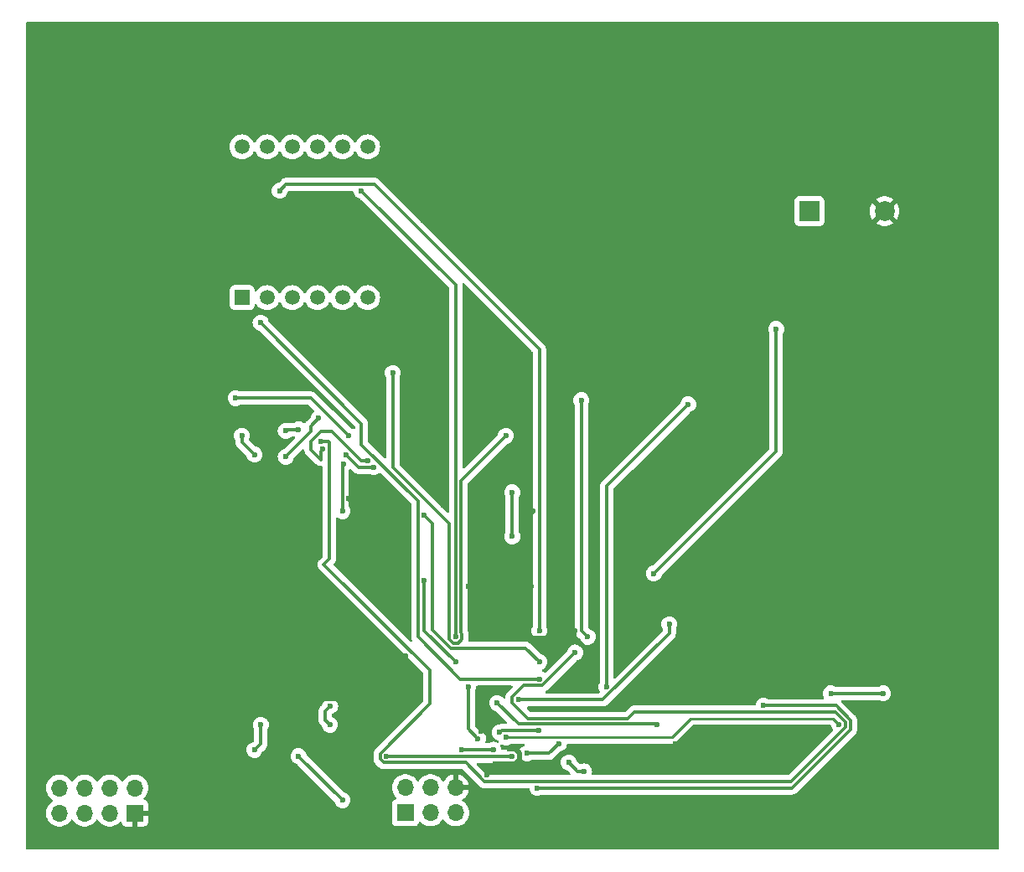
<source format=gbr>
%TF.GenerationSoftware,KiCad,Pcbnew,7.0.1*%
%TF.CreationDate,2023-04-23T14:22:28-06:00*%
%TF.ProjectId,Phase_B_UnoShield,50686173-655f-4425-9f55-6e6f53686965,rev?*%
%TF.SameCoordinates,Original*%
%TF.FileFunction,Copper,L2,Bot*%
%TF.FilePolarity,Positive*%
%FSLAX46Y46*%
G04 Gerber Fmt 4.6, Leading zero omitted, Abs format (unit mm)*
G04 Created by KiCad (PCBNEW 7.0.1) date 2023-04-23 14:22:28*
%MOMM*%
%LPD*%
G01*
G04 APERTURE LIST*
%TA.AperFunction,ComponentPad*%
%ADD10R,1.500000X1.500000*%
%TD*%
%TA.AperFunction,ComponentPad*%
%ADD11C,1.500000*%
%TD*%
%TA.AperFunction,ComponentPad*%
%ADD12R,1.700000X1.700000*%
%TD*%
%TA.AperFunction,ComponentPad*%
%ADD13O,1.700000X1.700000*%
%TD*%
%TA.AperFunction,ComponentPad*%
%ADD14R,2.000000X2.000000*%
%TD*%
%TA.AperFunction,ComponentPad*%
%ADD15C,2.000000*%
%TD*%
%TA.AperFunction,ViaPad*%
%ADD16C,0.600000*%
%TD*%
%TA.AperFunction,Conductor*%
%ADD17C,0.500000*%
%TD*%
%TA.AperFunction,Conductor*%
%ADD18C,0.305000*%
%TD*%
%TA.AperFunction,Conductor*%
%ADD19C,0.250000*%
%TD*%
G04 APERTURE END LIST*
D10*
%TO.P,U1,1,e*%
%TO.N,Net-(U1-e)*%
X40005000Y-69850000D03*
D11*
%TO.P,U1,2,d*%
%TO.N,Net-(U1-d)*%
X42545000Y-69850000D03*
%TO.P,U1,3,DPX*%
%TO.N,Net-(U1-DPX)*%
X45085000Y-69850000D03*
%TO.P,U1,4,c*%
%TO.N,Net-(U1-c)*%
X47625000Y-69850000D03*
%TO.P,U1,5,g*%
%TO.N,Net-(U1-g)*%
X50165000Y-69850000D03*
%TO.P,U1,6,CA4*%
%TO.N,Dig4*%
X52705000Y-69850000D03*
%TO.P,U1,7,b*%
%TO.N,Net-(U1-b)*%
X52705000Y-54610000D03*
%TO.P,U1,8,CA3*%
%TO.N,Dig3*%
X50165000Y-54610000D03*
%TO.P,U1,9,CA2*%
%TO.N,Dig2*%
X47625000Y-54610000D03*
%TO.P,U1,10,f*%
%TO.N,Net-(U1-f)*%
X45085000Y-54610000D03*
%TO.P,U1,11,a*%
%TO.N,Net-(U1-a)*%
X42545000Y-54610000D03*
%TO.P,U1,12,CA1*%
%TO.N,Dig1*%
X40005000Y-54610000D03*
%TD*%
D12*
%TO.P,J4,1,Pin_1*%
%TO.N,GND*%
X29169549Y-121947651D03*
D13*
%TO.P,J4,2,Pin_2*%
%TO.N,TX*%
X29169549Y-119407651D03*
%TO.P,J4,3,Pin_3*%
%TO.N,unconnected-(J4-Pin_3-Pad3)*%
X26629549Y-121947651D03*
%TO.P,J4,4,Pin_4*%
%TO.N,+3.3V*%
X26629549Y-119407651D03*
%TO.P,J4,5,Pin_5*%
%TO.N,Net-(J4-Pin_5)*%
X24089549Y-121947651D03*
%TO.P,J4,6,Pin_6*%
%TO.N,+3.3V*%
X24089549Y-119407651D03*
%TO.P,J4,7,Pin_7*%
%TO.N,RX*%
X21549549Y-121947651D03*
%TO.P,J4,8,Pin_8*%
%TO.N,+3.3V*%
X21549549Y-119407651D03*
%TD*%
D14*
%TO.P,LS1,1,1*%
%TO.N,Buzzer*%
X97335439Y-61120439D03*
D15*
%TO.P,LS1,2,2*%
%TO.N,GND*%
X104935439Y-61120439D03*
%TD*%
D12*
%TO.P,J3,1,MISO*%
%TO.N,MISO*%
X56515000Y-121920000D03*
D13*
%TO.P,J3,2,VCC*%
%TO.N,+5V*%
X56515000Y-119380000D03*
%TO.P,J3,3,SCK*%
%TO.N,SCK*%
X59055000Y-121920000D03*
%TO.P,J3,4,MOSI*%
%TO.N,MOSI*%
X59055000Y-119380000D03*
%TO.P,J3,5,~{RST}*%
%TO.N,RST*%
X61595000Y-121920000D03*
%TO.P,J3,6,GND*%
%TO.N,GND*%
X61595000Y-119380000D03*
%TD*%
D16*
%TO.N,GND*%
X46355000Y-105461787D03*
X34290000Y-120059651D03*
X69215000Y-99060000D03*
X100330000Y-105410000D03*
X86360000Y-105410000D03*
X43180000Y-106680000D03*
X35242500Y-122555000D03*
X68580000Y-103505000D03*
X34290000Y-115683000D03*
X56518534Y-106041466D03*
X63500000Y-84455000D03*
X55596466Y-106963534D03*
X83820000Y-114935000D03*
X45085000Y-111125000D03*
X88265000Y-101600000D03*
X80010000Y-59690000D03*
X62865000Y-99060000D03*
X41275000Y-86995000D03*
X43180000Y-104966787D03*
X51435000Y-95250000D03*
X78105000Y-111125000D03*
X64770000Y-118110000D03*
X68580000Y-76200000D03*
X108585000Y-117475000D03*
X54610000Y-112395000D03*
X71755000Y-92710000D03*
X45085000Y-103505000D03*
X60325000Y-90805000D03*
X44450000Y-104966787D03*
X52531034Y-92536034D03*
X50800000Y-90170000D03*
X73643000Y-103505000D03*
X75574511Y-106054511D03*
X86995000Y-114300000D03*
X64135000Y-113665000D03*
X65570500Y-116978204D03*
X47544460Y-111087500D03*
X111760000Y-64135000D03*
X73025000Y-102870000D03*
X35560000Y-81280000D03*
X37470000Y-114940000D03*
X67068284Y-115442913D03*
X72390000Y-103505000D03*
X69073966Y-94756034D03*
X69405000Y-91440000D03*
X115570000Y-72390000D03*
%TO.N,+5V*%
X50165000Y-91440000D03*
X41275000Y-115570000D03*
X41910000Y-113030000D03*
X50243936Y-86688544D03*
%TO.N,Buzzer*%
X81622904Y-97730890D03*
X93980000Y-73025000D03*
%TO.N,Button_1*%
X66675000Y-114300000D03*
X100330000Y-113030000D03*
%TO.N,Button_2*%
X83185000Y-102870000D03*
X67945000Y-110507000D03*
%TO.N,RED_LED*%
X74930000Y-104140000D03*
X74295000Y-80225421D03*
%TO.N,GREEN_LED*%
X76835000Y-109220000D03*
X85090000Y-80645000D03*
%TO.N,a*%
X39370000Y-80010000D03*
X50800000Y-83820000D03*
%TO.N,c*%
X45737000Y-83185000D03*
X44433000Y-83326069D03*
%TO.N,f*%
X41275000Y-85725000D03*
X39988000Y-83820000D03*
%TO.N,g*%
X47768534Y-82058534D03*
X44433000Y-85926069D03*
%TO.N,Dig4*%
X55245000Y-77470000D03*
X66675000Y-83820000D03*
%TO.N,Dig3*%
X61595000Y-104140000D03*
X52070000Y-59055000D03*
%TO.N,Dig2*%
X41893000Y-72390000D03*
X70057000Y-108404129D03*
%TO.N,Dig1*%
X70057000Y-103505000D03*
X43815000Y-59055000D03*
%TO.N,SH_CP*%
X50487433Y-85725000D03*
X53340000Y-86995000D03*
%TO.N,ST_CP*%
X58419500Y-91832343D03*
X48170506Y-85181384D03*
X70057000Y-106680000D03*
X52739500Y-86343000D03*
%TO.N,DS*%
X48015307Y-84382276D03*
X73660000Y-105732000D03*
%TO.N,XTAL2*%
X65787973Y-110819959D03*
X81915000Y-113047000D03*
%TO.N,XTAL1*%
X72031568Y-114924500D03*
X68809500Y-115922966D03*
X104775000Y-109855000D03*
X70033201Y-113612686D03*
X99508835Y-109855000D03*
X66051353Y-113799733D03*
X92710000Y-111090500D03*
X69850000Y-119414500D03*
%TO.N,RST*%
X62230000Y-115553000D03*
X65405000Y-115553000D03*
%TO.N,UCAP*%
X61595000Y-106680000D03*
X58420000Y-98425000D03*
%TO.N,AREF*%
X67310000Y-93997000D03*
X67310000Y-89535000D03*
%TO.N,+3.3V*%
X48895000Y-113030000D03*
X48912000Y-111125000D03*
%TO.N,SCK*%
X63829043Y-114403644D03*
X62865000Y-109220000D03*
%TO.N,TX*%
X67310000Y-116205000D03*
X54610000Y-116205000D03*
%TO.N,Net-(J4-Pin_5)*%
X45720000Y-116205000D03*
X50165000Y-120650000D03*
%TO.N,RX*%
X73025000Y-116840000D03*
X74566034Y-117746034D03*
%TD*%
D17*
%TO.N,GND*%
X68060000Y-115847873D02*
X67655040Y-115442913D01*
D18*
X43180000Y-104966787D02*
X43623213Y-104966787D01*
D17*
X65570500Y-116978204D02*
X67597457Y-116978204D01*
D18*
X43180000Y-106680000D02*
X43180000Y-106236787D01*
D17*
X46355000Y-105461787D02*
X46355000Y-104497787D01*
X52531034Y-92536034D02*
X52531034Y-91901034D01*
D18*
X43623213Y-104966787D02*
X45085000Y-103505000D01*
D17*
X55596466Y-106963534D02*
X56518534Y-106041466D01*
X69073966Y-94756034D02*
X69073966Y-91771034D01*
X47544460Y-111087500D02*
X48256960Y-110375000D01*
X69073966Y-91771034D02*
X69405000Y-91440000D01*
X68580000Y-103505000D02*
X69330000Y-104255000D01*
X52531034Y-91901034D02*
X50800000Y-90170000D01*
D19*
X86995000Y-114300000D02*
X86360000Y-114935000D01*
D17*
X46355000Y-104497787D02*
X46990000Y-103862787D01*
X67597457Y-116978204D02*
X68060000Y-116515661D01*
X48256960Y-110375000D02*
X52590000Y-110375000D01*
D19*
X75574511Y-106054511D02*
X73643000Y-104123000D01*
D17*
X68060000Y-116515661D02*
X68060000Y-115847873D01*
X67655040Y-115442913D02*
X67068284Y-115442913D01*
D18*
X43180000Y-106236787D02*
X44450000Y-104966787D01*
D17*
X69330000Y-104255000D02*
X71640000Y-104255000D01*
D19*
X86360000Y-114935000D02*
X83820000Y-114935000D01*
X73643000Y-104123000D02*
X73643000Y-103505000D01*
D17*
X71640000Y-104255000D02*
X72390000Y-103505000D01*
X52590000Y-110375000D02*
X54610000Y-112395000D01*
D18*
X34290000Y-120059651D02*
X34290000Y-115683000D01*
%TO.N,+5V*%
X50147500Y-91422500D02*
X50165000Y-91440000D01*
X50243936Y-86688544D02*
X50147500Y-86784980D01*
X50147500Y-86784980D02*
X50147500Y-91422500D01*
X41910000Y-113030000D02*
X41910000Y-114935000D01*
X41910000Y-114935000D02*
X41275000Y-115570000D01*
%TO.N,Buzzer*%
X93980000Y-85373794D02*
X93980000Y-73025000D01*
X81622904Y-97730890D02*
X93980000Y-85373794D01*
D19*
%TO.N,Button_1*%
X99705000Y-112405000D02*
X85328884Y-112405000D01*
X85328884Y-112405000D02*
X83433884Y-114300000D01*
X83433884Y-114300000D02*
X66675000Y-114300000D01*
X100330000Y-113030000D02*
X99705000Y-112405000D01*
D18*
%TO.N,Button_2*%
X83185000Y-103792775D02*
X83185000Y-102870000D01*
X67945000Y-110507000D02*
X76470775Y-110507000D01*
X76470775Y-110507000D02*
X83185000Y-103792775D01*
%TO.N,RED_LED*%
X74295000Y-103505000D02*
X74930000Y-104140000D01*
X74295000Y-80225421D02*
X74295000Y-103505000D01*
%TO.N,GREEN_LED*%
X85090000Y-80645000D02*
X76835000Y-88900000D01*
X76835000Y-88900000D02*
X76835000Y-109220000D01*
%TO.N,a*%
X46990000Y-80010000D02*
X50800000Y-83820000D01*
X39370000Y-80010000D02*
X46990000Y-80010000D01*
%TO.N,c*%
X44574069Y-83185000D02*
X44433000Y-83326069D01*
X45737000Y-83185000D02*
X44574069Y-83185000D01*
%TO.N,f*%
X39988000Y-84438000D02*
X41275000Y-85725000D01*
X39988000Y-83820000D02*
X39988000Y-84438000D01*
%TO.N,g*%
X44433000Y-85926069D02*
X46990000Y-83369069D01*
X46990000Y-83369069D02*
X46990000Y-82837068D01*
X46990000Y-82837068D02*
X47768534Y-82058534D01*
%TO.N,Dig4*%
X60942500Y-104410275D02*
X60942500Y-92692500D01*
X61865275Y-104792500D02*
X61324725Y-104792500D01*
X62247500Y-103869725D02*
X62247500Y-104410275D01*
X60942500Y-92692500D02*
X55245000Y-86995000D01*
X62100000Y-103722225D02*
X62247500Y-103869725D01*
X61324725Y-104792500D02*
X60942500Y-104410275D01*
X62247500Y-104410275D02*
X61865275Y-104792500D01*
X62100000Y-88395000D02*
X62100000Y-103722225D01*
X55245000Y-86995000D02*
X55245000Y-77470000D01*
X66675000Y-83820000D02*
X62100000Y-88395000D01*
%TO.N,Dig3*%
X61595000Y-68580000D02*
X52070000Y-59055000D01*
X61595000Y-104140000D02*
X61595000Y-68580000D01*
%TO.N,Dig2*%
X52087500Y-84725275D02*
X57767500Y-90405275D01*
X57767500Y-104122500D02*
X62049129Y-108404129D01*
X57767500Y-90405275D02*
X57767500Y-104122500D01*
X62049129Y-108404129D02*
X70057000Y-108404129D01*
X41893000Y-72390000D02*
X52087500Y-82584500D01*
X52087500Y-82584500D02*
X52087500Y-84725275D01*
%TO.N,Dig1*%
X44467500Y-58402500D02*
X53394854Y-58402500D01*
X43815000Y-59055000D02*
X44467500Y-58402500D01*
X53394854Y-58402500D02*
X70057000Y-75064646D01*
X70057000Y-75064646D02*
X70057000Y-103505000D01*
%TO.N,SH_CP*%
X53340000Y-86995000D02*
X51757433Y-86995000D01*
X51757433Y-86995000D02*
X50487433Y-85725000D01*
%TO.N,ST_CP*%
X46973000Y-84382276D02*
X46973000Y-85090000D01*
X52739500Y-86343000D02*
X52053000Y-86343000D01*
X59274220Y-92687063D02*
X58419500Y-91832343D01*
X47966034Y-83389242D02*
X46973000Y-84382276D01*
X68674500Y-105297500D02*
X61115547Y-105297500D01*
X70057000Y-106680000D02*
X68674500Y-105297500D01*
X50800000Y-85090000D02*
X50165000Y-84455000D01*
X47969145Y-86224567D02*
X47969145Y-85382745D01*
X61115547Y-105297500D02*
X59274220Y-103456173D01*
X50165000Y-84455000D02*
X49099242Y-83389242D01*
X46973000Y-85090000D02*
X46973000Y-85228422D01*
X46973000Y-85228422D02*
X47969145Y-86224567D01*
X59274220Y-103456173D02*
X59274220Y-92687063D01*
X52053000Y-86343000D02*
X50800000Y-85090000D01*
X47969145Y-85382745D02*
X48170506Y-85181384D01*
X49099242Y-83389242D02*
X47966034Y-83389242D01*
%TO.N,DS*%
X48823006Y-84442798D02*
X48823006Y-96278769D01*
X79645275Y-111742500D02*
X78992775Y-112395000D01*
X53957500Y-116475275D02*
X54339725Y-116857500D01*
X68910225Y-112395000D02*
X67292500Y-110777275D01*
X70335371Y-109056629D02*
X73660000Y-105732000D01*
X68472596Y-109056629D02*
X70335371Y-109056629D01*
X48823006Y-96278769D02*
X48277000Y-96824775D01*
X48762484Y-84382276D02*
X48823006Y-84442798D01*
X58984450Y-110907775D02*
X53957500Y-115934725D01*
X67292500Y-110777275D02*
X67292500Y-110236725D01*
X100982500Y-112759725D02*
X99965275Y-111742500D01*
X99965275Y-111742500D02*
X79645275Y-111742500D01*
X54339725Y-116857500D02*
X62594725Y-116857500D01*
X48277000Y-96824775D02*
X58984450Y-107532225D01*
X48015307Y-84382276D02*
X48762484Y-84382276D01*
X62594725Y-116857500D02*
X64499725Y-118762500D01*
X67292500Y-110236725D02*
X68472596Y-109056629D01*
X64499725Y-118762500D02*
X95520275Y-118762500D01*
X53957500Y-115934725D02*
X53957500Y-116475275D01*
X100982500Y-113300275D02*
X100982500Y-112759725D01*
X95520275Y-118762500D02*
X100982500Y-113300275D01*
X78992775Y-112395000D02*
X68910225Y-112395000D01*
X58984450Y-107532225D02*
X58984450Y-110907775D01*
%TO.N,XTAL2*%
X67928700Y-112960686D02*
X81828686Y-112960686D01*
X81828686Y-112960686D02*
X81915000Y-113047000D01*
X65787973Y-110819959D02*
X67928700Y-112960686D01*
%TO.N,XTAL1*%
X70033201Y-113612686D02*
X66238400Y-113612686D01*
X101487500Y-113509453D02*
X95582453Y-119414500D01*
X71033102Y-115922966D02*
X72031568Y-114924500D01*
X66238400Y-113612686D02*
X66051353Y-113799733D01*
X68809500Y-115922966D02*
X71033102Y-115922966D01*
X99508835Y-109855000D02*
X104775000Y-109855000D01*
X92710000Y-111090500D02*
X100027453Y-111090500D01*
X95582453Y-119414500D02*
X69850000Y-119414500D01*
X100027453Y-111090500D02*
X101487500Y-112550547D01*
X101487500Y-112550547D02*
X101487500Y-113509453D01*
%TO.N,RST*%
X65405000Y-115553000D02*
X63483000Y-115553000D01*
X63483000Y-115553000D02*
X62230000Y-115553000D01*
%TO.N,UCAP*%
X58420000Y-98425000D02*
X58420000Y-103505000D01*
X58420000Y-103505000D02*
X61595000Y-106680000D01*
%TO.N,AREF*%
X67310000Y-93997000D02*
X67310000Y-89535000D01*
%TO.N,+3.3V*%
X48417158Y-111619842D02*
X48417158Y-112552158D01*
X48417158Y-111619842D02*
X48912000Y-111125000D01*
X48417158Y-112552158D02*
X48895000Y-113030000D01*
%TO.N,SCK*%
X63829043Y-114403644D02*
X62865000Y-113439601D01*
X62865000Y-113439601D02*
X62865000Y-109220000D01*
%TO.N,TX*%
X54610000Y-116205000D02*
X67310000Y-116205000D01*
%TO.N,Net-(J4-Pin_5)*%
X45720000Y-116205000D02*
X50165000Y-120650000D01*
%TO.N,RX*%
X74566034Y-117746034D02*
X73931034Y-117746034D01*
X73931034Y-117746034D02*
X73025000Y-116840000D01*
%TD*%
%TA.AperFunction,Conductor*%
%TO.N,GND*%
G36*
X99438687Y-113047939D02*
G01*
X99478915Y-113074819D01*
X99496151Y-113092055D01*
X99520190Y-113125934D01*
X99531690Y-113165852D01*
X99536782Y-113211043D01*
X99536782Y-113211045D01*
X99536783Y-113211047D01*
X99596957Y-113383015D01*
X99686352Y-113525287D01*
X99704578Y-113577373D01*
X99698400Y-113632211D01*
X99669039Y-113678938D01*
X95282798Y-118065181D01*
X95242570Y-118092061D01*
X95195117Y-118101500D01*
X75472981Y-118101500D01*
X75416068Y-118087667D01*
X75371852Y-118049256D01*
X75350199Y-117994835D01*
X75355939Y-117936547D01*
X75359251Y-117927080D01*
X75379650Y-117746033D01*
X75366939Y-117633217D01*
X75359251Y-117564987D01*
X75299077Y-117393019D01*
X75202145Y-117238753D01*
X75073315Y-117109923D01*
X74919049Y-117012991D01*
X74747081Y-116952817D01*
X74747080Y-116952816D01*
X74747078Y-116952816D01*
X74566034Y-116932417D01*
X74384989Y-116952816D01*
X74227124Y-117008055D01*
X74158577Y-117011904D01*
X74098489Y-116978694D01*
X73853909Y-116734114D01*
X73829868Y-116700232D01*
X73818370Y-116660314D01*
X73818217Y-116658953D01*
X73758043Y-116486985D01*
X73661111Y-116332719D01*
X73532281Y-116203889D01*
X73378015Y-116106957D01*
X73206047Y-116046783D01*
X73206046Y-116046782D01*
X73206044Y-116046782D01*
X73025000Y-116026383D01*
X72843955Y-116046782D01*
X72671984Y-116106957D01*
X72517717Y-116203890D01*
X72388890Y-116332717D01*
X72291957Y-116486984D01*
X72231782Y-116658955D01*
X72211383Y-116840000D01*
X72231782Y-117021044D01*
X72231782Y-117021046D01*
X72231783Y-117021047D01*
X72291957Y-117193015D01*
X72388889Y-117347281D01*
X72517719Y-117476111D01*
X72671985Y-117573043D01*
X72843953Y-117633217D01*
X72845314Y-117633370D01*
X72885232Y-117644868D01*
X72919114Y-117668909D01*
X73140024Y-117889819D01*
X73170274Y-117939182D01*
X73174816Y-117996898D01*
X73152661Y-118050385D01*
X73108638Y-118087985D01*
X73052343Y-118101500D01*
X64824883Y-118101500D01*
X64777430Y-118092061D01*
X64737202Y-118065181D01*
X63749702Y-117077681D01*
X63719452Y-117028318D01*
X63714910Y-116970602D01*
X63737065Y-116917115D01*
X63781088Y-116879515D01*
X63837383Y-116866000D01*
X66806606Y-116866000D01*
X66872577Y-116885005D01*
X66956985Y-116938043D01*
X67128953Y-116998217D01*
X67310000Y-117018616D01*
X67491047Y-116998217D01*
X67663015Y-116938043D01*
X67817281Y-116841111D01*
X67946111Y-116712281D01*
X68043043Y-116558015D01*
X68044770Y-116553078D01*
X68079184Y-116501573D01*
X68134219Y-116473141D01*
X68196139Y-116474878D01*
X68249493Y-116506351D01*
X68302219Y-116559077D01*
X68456485Y-116656009D01*
X68628453Y-116716183D01*
X68809500Y-116736582D01*
X68990547Y-116716183D01*
X69162515Y-116656009D01*
X69246922Y-116602971D01*
X69312894Y-116583966D01*
X71009367Y-116583966D01*
X71016854Y-116584192D01*
X71019308Y-116584340D01*
X71073305Y-116587607D01*
X71128932Y-116577412D01*
X71136313Y-116576288D01*
X71192452Y-116569472D01*
X71200801Y-116566305D01*
X71222409Y-116560281D01*
X71231196Y-116558671D01*
X71282775Y-116535456D01*
X71289628Y-116532617D01*
X71342540Y-116512551D01*
X71349885Y-116507480D01*
X71369431Y-116496455D01*
X71377573Y-116492792D01*
X71422086Y-116457918D01*
X71428105Y-116453489D01*
X71474646Y-116421366D01*
X71512155Y-116379023D01*
X71517258Y-116373603D01*
X72137455Y-115753406D01*
X72171335Y-115729368D01*
X72211253Y-115717870D01*
X72212615Y-115717717D01*
X72384583Y-115657543D01*
X72538849Y-115560611D01*
X72667679Y-115431781D01*
X72764611Y-115277515D01*
X72824785Y-115105547D01*
X72831762Y-115043617D01*
X72852529Y-114987648D01*
X72897042Y-114947870D01*
X72954983Y-114933500D01*
X83350251Y-114933500D01*
X83370992Y-114935789D01*
X83373789Y-114935701D01*
X83373793Y-114935702D01*
X83441901Y-114933560D01*
X83445797Y-114933500D01*
X83473738Y-114933500D01*
X83473740Y-114933500D01*
X83477840Y-114932981D01*
X83489490Y-114932064D01*
X83533773Y-114930673D01*
X83553382Y-114924975D01*
X83572415Y-114921033D01*
X83592681Y-114918474D01*
X83633890Y-114902157D01*
X83644921Y-114898380D01*
X83687477Y-114886018D01*
X83705044Y-114875628D01*
X83722516Y-114867068D01*
X83741501Y-114859552D01*
X83777359Y-114833498D01*
X83787107Y-114827096D01*
X83825246Y-114804542D01*
X83839684Y-114790103D01*
X83854472Y-114777472D01*
X83870991Y-114765472D01*
X83899243Y-114731319D01*
X83907087Y-114722699D01*
X85554968Y-113074819D01*
X85595197Y-113047939D01*
X85642650Y-113038500D01*
X99391234Y-113038500D01*
X99438687Y-113047939D01*
G37*
%TD.AperFunction*%
%TA.AperFunction,Conductor*%
G36*
X68525460Y-114952506D02*
G01*
X68571208Y-115003698D01*
X68582708Y-115071383D01*
X68556435Y-115134813D01*
X68500443Y-115174541D01*
X68456487Y-115189921D01*
X68302217Y-115286856D01*
X68173390Y-115415683D01*
X68076454Y-115569955D01*
X68074726Y-115574894D01*
X68040310Y-115626396D01*
X67985276Y-115654825D01*
X67923358Y-115653086D01*
X67870006Y-115621614D01*
X67817282Y-115568890D01*
X67817281Y-115568889D01*
X67663015Y-115471957D01*
X67491047Y-115411783D01*
X67491046Y-115411782D01*
X67491044Y-115411782D01*
X67310000Y-115391383D01*
X67128955Y-115411782D01*
X66956984Y-115471957D01*
X66872578Y-115524994D01*
X66806606Y-115544000D01*
X66328415Y-115544000D01*
X66270474Y-115529630D01*
X66225961Y-115489852D01*
X66205195Y-115433883D01*
X66198217Y-115371955D01*
X66198217Y-115371953D01*
X66138043Y-115199985D01*
X66133754Y-115193160D01*
X66114779Y-115129971D01*
X66130900Y-115065993D01*
X66177553Y-115019340D01*
X66241531Y-115003219D01*
X66304720Y-115022194D01*
X66321985Y-115033043D01*
X66493953Y-115093217D01*
X66675000Y-115113616D01*
X66856047Y-115093217D01*
X67028015Y-115033043D01*
X67156189Y-114952505D01*
X67222160Y-114933500D01*
X68459488Y-114933500D01*
X68525460Y-114952506D01*
G37*
%TD.AperFunction*%
%TA.AperFunction,Conductor*%
G36*
X67286233Y-109078644D02*
G01*
X67330256Y-109116244D01*
X67352411Y-109169731D01*
X67347869Y-109227447D01*
X67317619Y-109276810D01*
X66841881Y-109752546D01*
X66836429Y-109757678D01*
X66794099Y-109795180D01*
X66761974Y-109841720D01*
X66757540Y-109847748D01*
X66722674Y-109892254D01*
X66719009Y-109900397D01*
X66707988Y-109919937D01*
X66702914Y-109927287D01*
X66682863Y-109980156D01*
X66679998Y-109987071D01*
X66656794Y-110038630D01*
X66655183Y-110047419D01*
X66649161Y-110069022D01*
X66645993Y-110077376D01*
X66639176Y-110133504D01*
X66638050Y-110140902D01*
X66627858Y-110196521D01*
X66628715Y-110210689D01*
X66618015Y-110269067D01*
X66581413Y-110315785D01*
X66527291Y-110340142D01*
X66468050Y-110336558D01*
X66417260Y-110305854D01*
X66295255Y-110183849D01*
X66295254Y-110183848D01*
X66140988Y-110086916D01*
X65969020Y-110026742D01*
X65969019Y-110026741D01*
X65969017Y-110026741D01*
X65787973Y-110006342D01*
X65606928Y-110026741D01*
X65434957Y-110086916D01*
X65280690Y-110183849D01*
X65151863Y-110312676D01*
X65054930Y-110466943D01*
X64994755Y-110638914D01*
X64974356Y-110819959D01*
X64994755Y-111001003D01*
X64994755Y-111001005D01*
X64994756Y-111001006D01*
X65054930Y-111172974D01*
X65151862Y-111327240D01*
X65280692Y-111456070D01*
X65434958Y-111553002D01*
X65606926Y-111613176D01*
X65608288Y-111613329D01*
X65648204Y-111624828D01*
X65682086Y-111648868D01*
X66299799Y-112266581D01*
X66773224Y-112740005D01*
X66803474Y-112789368D01*
X66808016Y-112847084D01*
X66785861Y-112900571D01*
X66741838Y-112938171D01*
X66685543Y-112951686D01*
X66262123Y-112951686D01*
X66254636Y-112951460D01*
X66198194Y-112948045D01*
X66142590Y-112958235D01*
X66135190Y-112959361D01*
X66079049Y-112966179D01*
X66070698Y-112969346D01*
X66049091Y-112975370D01*
X66040307Y-112976980D01*
X66027247Y-112982858D01*
X65990241Y-112993002D01*
X65870308Y-113006515D01*
X65698337Y-113066690D01*
X65544070Y-113163623D01*
X65415243Y-113292450D01*
X65318310Y-113446717D01*
X65258135Y-113618688D01*
X65237736Y-113799732D01*
X65258135Y-113980777D01*
X65258135Y-113980779D01*
X65258136Y-113980780D01*
X65318310Y-114152748D01*
X65415242Y-114307014D01*
X65544072Y-114435844D01*
X65698338Y-114532776D01*
X65870306Y-114592950D01*
X65870308Y-114592950D01*
X65872817Y-114593828D01*
X65909173Y-114613922D01*
X65936854Y-114644895D01*
X65946242Y-114659835D01*
X65965219Y-114723025D01*
X65949099Y-114787003D01*
X65902447Y-114833657D01*
X65838469Y-114849779D01*
X65775279Y-114830804D01*
X65758017Y-114819958D01*
X65758016Y-114819957D01*
X65758015Y-114819957D01*
X65586047Y-114759783D01*
X65586046Y-114759782D01*
X65586044Y-114759782D01*
X65404999Y-114739383D01*
X65223955Y-114759782D01*
X65051984Y-114819957D01*
X64967578Y-114872994D01*
X64901606Y-114892000D01*
X64689490Y-114892000D01*
X64632576Y-114878167D01*
X64588361Y-114839755D01*
X64566708Y-114785334D01*
X64572448Y-114727046D01*
X64582778Y-114697524D01*
X64622260Y-114584691D01*
X64642659Y-114403644D01*
X64622260Y-114222597D01*
X64562086Y-114050629D01*
X64465154Y-113896363D01*
X64336324Y-113767533D01*
X64182058Y-113670601D01*
X64121192Y-113649303D01*
X64010083Y-113610424D01*
X64008718Y-113610271D01*
X63968804Y-113598770D01*
X63934928Y-113574733D01*
X63562319Y-113202124D01*
X63535439Y-113161896D01*
X63526000Y-113114443D01*
X63526000Y-109723394D01*
X63545006Y-109657422D01*
X63545882Y-109656028D01*
X63598043Y-109573015D01*
X63658217Y-109401047D01*
X63678616Y-109220000D01*
X63678491Y-109218889D01*
X63676703Y-109203011D01*
X63688203Y-109135327D01*
X63733951Y-109084135D01*
X63799923Y-109065129D01*
X67229938Y-109065129D01*
X67286233Y-109078644D01*
G37*
%TD.AperFunction*%
%TA.AperFunction,Conductor*%
G36*
X51039436Y-87211798D02*
G01*
X51273253Y-87445615D01*
X51278373Y-87451053D01*
X51315889Y-87493400D01*
X51348015Y-87515574D01*
X51362432Y-87525526D01*
X51368465Y-87529965D01*
X51412962Y-87564826D01*
X51421095Y-87568486D01*
X51440650Y-87579515D01*
X51447995Y-87584585D01*
X51500891Y-87604646D01*
X51507744Y-87607483D01*
X51559339Y-87630705D01*
X51566537Y-87632024D01*
X51568118Y-87632314D01*
X51589736Y-87638340D01*
X51598083Y-87641506D01*
X51654220Y-87648322D01*
X51661574Y-87649441D01*
X51717230Y-87659641D01*
X51770746Y-87656403D01*
X51773681Y-87656226D01*
X51781168Y-87656000D01*
X52836606Y-87656000D01*
X52902577Y-87675005D01*
X52986985Y-87728043D01*
X53158953Y-87788217D01*
X53340000Y-87808616D01*
X53521047Y-87788217D01*
X53693015Y-87728043D01*
X53847281Y-87631111D01*
X53865231Y-87613160D01*
X53920815Y-87581069D01*
X53985003Y-87581068D01*
X54040591Y-87613162D01*
X57070181Y-90642752D01*
X57097061Y-90682980D01*
X57106500Y-90730433D01*
X57106500Y-104098765D01*
X57106274Y-104106252D01*
X57102858Y-104162704D01*
X57113050Y-104218320D01*
X57114176Y-104225720D01*
X57120992Y-104281845D01*
X57124160Y-104290198D01*
X57130184Y-104311806D01*
X57131795Y-104320596D01*
X57154994Y-104372143D01*
X57157859Y-104379059D01*
X57177914Y-104431937D01*
X57182984Y-104439282D01*
X57194011Y-104458834D01*
X57201236Y-104474888D01*
X57211066Y-104542211D01*
X57183894Y-104604587D01*
X57127899Y-104643237D01*
X57059941Y-104646523D01*
X57000479Y-104613458D01*
X49301040Y-96914019D01*
X49268324Y-96856012D01*
X49270336Y-96789446D01*
X49306494Y-96733522D01*
X49321406Y-96720313D01*
X49353551Y-96673740D01*
X49357945Y-96667768D01*
X49392832Y-96623240D01*
X49396495Y-96615098D01*
X49407520Y-96595552D01*
X49412591Y-96588207D01*
X49432657Y-96535295D01*
X49435496Y-96528442D01*
X49458711Y-96476863D01*
X49460321Y-96468076D01*
X49466345Y-96446468D01*
X49469512Y-96438119D01*
X49476328Y-96381980D01*
X49477453Y-96374594D01*
X49487647Y-96318972D01*
X49484232Y-96262521D01*
X49484006Y-96255034D01*
X49484006Y-92191321D01*
X49501203Y-92128320D01*
X49548025Y-92082793D01*
X49611484Y-92067370D01*
X49673977Y-92086326D01*
X49811985Y-92173043D01*
X49983953Y-92233217D01*
X50165000Y-92253616D01*
X50346047Y-92233217D01*
X50518015Y-92173043D01*
X50672281Y-92076111D01*
X50801111Y-91947281D01*
X50898043Y-91793015D01*
X50958217Y-91621047D01*
X50978616Y-91440000D01*
X50958217Y-91258953D01*
X50898043Y-91086985D01*
X50827505Y-90974725D01*
X50808500Y-90908754D01*
X50808500Y-87318734D01*
X50817939Y-87271281D01*
X50844819Y-87231053D01*
X50864074Y-87211798D01*
X50919661Y-87179704D01*
X50983849Y-87179704D01*
X51039436Y-87211798D01*
G37*
%TD.AperFunction*%
%TA.AperFunction,Conductor*%
G36*
X116385000Y-42002113D02*
G01*
X116430387Y-42047500D01*
X116447000Y-42109500D01*
X116447000Y-125530500D01*
X116430387Y-125592500D01*
X116385000Y-125637887D01*
X116323000Y-125654500D01*
X18297000Y-125654500D01*
X18235000Y-125637887D01*
X18189613Y-125592500D01*
X18173000Y-125530500D01*
X18173000Y-121947651D01*
X20186392Y-121947651D01*
X20204984Y-122172014D01*
X20204984Y-122172017D01*
X20204985Y-122172019D01*
X20253251Y-122362618D01*
X20260254Y-122390269D01*
X20350687Y-122596439D01*
X20350689Y-122596442D01*
X20473827Y-122784919D01*
X20626309Y-122950557D01*
X20803973Y-123088840D01*
X21001975Y-123195993D01*
X21214914Y-123269095D01*
X21436980Y-123306151D01*
X21662118Y-123306151D01*
X21884184Y-123269095D01*
X22097123Y-123195993D01*
X22295125Y-123088840D01*
X22472789Y-122950557D01*
X22625271Y-122784919D01*
X22715741Y-122646444D01*
X22760530Y-122605213D01*
X22819547Y-122590267D01*
X22878565Y-122605212D01*
X22923356Y-122646445D01*
X23013824Y-122784916D01*
X23013826Y-122784918D01*
X23013827Y-122784919D01*
X23166309Y-122950557D01*
X23343973Y-123088840D01*
X23541975Y-123195993D01*
X23754914Y-123269095D01*
X23976980Y-123306151D01*
X24202118Y-123306151D01*
X24424184Y-123269095D01*
X24637123Y-123195993D01*
X24835125Y-123088840D01*
X25012789Y-122950557D01*
X25165271Y-122784919D01*
X25255741Y-122646444D01*
X25300530Y-122605213D01*
X25359547Y-122590267D01*
X25418565Y-122605212D01*
X25463356Y-122646445D01*
X25553824Y-122784916D01*
X25553826Y-122784918D01*
X25553827Y-122784919D01*
X25706309Y-122950557D01*
X25883973Y-123088840D01*
X26081975Y-123195993D01*
X26294914Y-123269095D01*
X26516980Y-123306151D01*
X26742118Y-123306151D01*
X26964184Y-123269095D01*
X27177123Y-123195993D01*
X27375125Y-123088840D01*
X27552789Y-122950557D01*
X27604035Y-122894890D01*
X27622457Y-122874879D01*
X27675080Y-122841025D01*
X27737535Y-122837177D01*
X27793916Y-122864315D01*
X27829868Y-122915528D01*
X27876196Y-123039740D01*
X27962360Y-123154839D01*
X28077459Y-123241003D01*
X28212173Y-123291248D01*
X28271725Y-123297651D01*
X28919549Y-123297651D01*
X28919549Y-122197651D01*
X29419549Y-122197651D01*
X29419549Y-123297651D01*
X30067373Y-123297651D01*
X30126924Y-123291248D01*
X30261638Y-123241003D01*
X30376737Y-123154839D01*
X30462901Y-123039740D01*
X30513146Y-122905026D01*
X30519549Y-122845475D01*
X30519549Y-122197651D01*
X29419549Y-122197651D01*
X28919549Y-122197651D01*
X28919549Y-121821651D01*
X28936162Y-121759651D01*
X28981549Y-121714264D01*
X29043549Y-121697651D01*
X30519549Y-121697651D01*
X30519549Y-121049827D01*
X30513146Y-120990275D01*
X30462901Y-120855561D01*
X30376737Y-120740462D01*
X30261638Y-120654298D01*
X30141737Y-120609578D01*
X30092202Y-120575563D01*
X30064475Y-120522252D01*
X30065068Y-120462165D01*
X30093840Y-120409414D01*
X30245271Y-120244919D01*
X30368409Y-120056442D01*
X30458845Y-119850267D01*
X30514113Y-119632019D01*
X30532705Y-119407651D01*
X30514113Y-119183283D01*
X30458845Y-118965035D01*
X30368409Y-118758860D01*
X30245271Y-118570383D01*
X30092789Y-118404745D01*
X29915125Y-118266462D01*
X29717123Y-118159309D01*
X29717122Y-118159308D01*
X29717121Y-118159308D01*
X29504185Y-118086207D01*
X29282118Y-118049151D01*
X29056980Y-118049151D01*
X28834912Y-118086207D01*
X28621976Y-118159308D01*
X28423973Y-118266462D01*
X28246309Y-118404745D01*
X28093828Y-118570381D01*
X28003358Y-118708856D01*
X27958566Y-118750089D01*
X27899549Y-118765034D01*
X27840532Y-118750089D01*
X27795740Y-118708856D01*
X27775592Y-118678018D01*
X27705271Y-118570383D01*
X27552789Y-118404745D01*
X27375125Y-118266462D01*
X27177123Y-118159309D01*
X27177122Y-118159308D01*
X27177121Y-118159308D01*
X26964185Y-118086207D01*
X26742118Y-118049151D01*
X26516980Y-118049151D01*
X26294912Y-118086207D01*
X26081976Y-118159308D01*
X25883973Y-118266462D01*
X25706309Y-118404745D01*
X25553828Y-118570381D01*
X25463358Y-118708856D01*
X25418566Y-118750089D01*
X25359549Y-118765034D01*
X25300532Y-118750089D01*
X25255740Y-118708856D01*
X25235592Y-118678018D01*
X25165271Y-118570383D01*
X25012789Y-118404745D01*
X24835125Y-118266462D01*
X24637123Y-118159309D01*
X24637122Y-118159308D01*
X24637121Y-118159308D01*
X24424185Y-118086207D01*
X24202118Y-118049151D01*
X23976980Y-118049151D01*
X23754912Y-118086207D01*
X23541976Y-118159308D01*
X23343973Y-118266462D01*
X23166309Y-118404745D01*
X23013828Y-118570381D01*
X22923358Y-118708856D01*
X22878566Y-118750089D01*
X22819549Y-118765034D01*
X22760532Y-118750089D01*
X22715740Y-118708856D01*
X22695592Y-118678018D01*
X22625271Y-118570383D01*
X22472789Y-118404745D01*
X22295125Y-118266462D01*
X22097123Y-118159309D01*
X22097122Y-118159308D01*
X22097121Y-118159308D01*
X21884185Y-118086207D01*
X21662118Y-118049151D01*
X21436980Y-118049151D01*
X21214912Y-118086207D01*
X21001976Y-118159308D01*
X20803973Y-118266462D01*
X20626309Y-118404745D01*
X20473828Y-118570381D01*
X20350687Y-118758862D01*
X20260254Y-118965032D01*
X20204984Y-119183287D01*
X20186392Y-119407650D01*
X20204984Y-119632014D01*
X20204984Y-119632017D01*
X20204985Y-119632019D01*
X20258951Y-119845127D01*
X20260254Y-119850269D01*
X20350687Y-120056439D01*
X20350689Y-120056442D01*
X20473827Y-120244919D01*
X20626309Y-120410557D01*
X20803973Y-120548840D01*
X20803975Y-120548841D01*
X20840480Y-120568597D01*
X20887985Y-120614178D01*
X20905462Y-120677651D01*
X20887985Y-120741124D01*
X20840480Y-120786705D01*
X20803975Y-120806460D01*
X20626309Y-120944745D01*
X20473828Y-121110381D01*
X20350687Y-121298862D01*
X20260254Y-121505032D01*
X20204984Y-121723287D01*
X20186392Y-121947651D01*
X18173000Y-121947651D01*
X18173000Y-115570000D01*
X40461383Y-115570000D01*
X40481782Y-115751044D01*
X40481782Y-115751046D01*
X40481783Y-115751047D01*
X40541957Y-115923015D01*
X40638889Y-116077281D01*
X40767719Y-116206111D01*
X40921985Y-116303043D01*
X41093953Y-116363217D01*
X41185981Y-116373586D01*
X41274999Y-116383616D01*
X41274999Y-116383615D01*
X41275000Y-116383616D01*
X41456047Y-116363217D01*
X41628015Y-116303043D01*
X41782281Y-116206111D01*
X41783392Y-116205000D01*
X44906383Y-116205000D01*
X44926782Y-116386044D01*
X44926782Y-116386046D01*
X44926783Y-116386047D01*
X44986957Y-116558015D01*
X45083889Y-116712281D01*
X45212719Y-116841111D01*
X45366985Y-116938043D01*
X45538953Y-116998217D01*
X45540315Y-116998370D01*
X45580231Y-117009869D01*
X45614113Y-117033909D01*
X49336089Y-120755884D01*
X49360127Y-120789760D01*
X49371628Y-120829675D01*
X49371782Y-120831044D01*
X49371782Y-120831046D01*
X49371783Y-120831047D01*
X49431957Y-121003015D01*
X49528889Y-121157281D01*
X49657719Y-121286111D01*
X49811985Y-121383043D01*
X49983953Y-121443217D01*
X50165000Y-121463616D01*
X50346047Y-121443217D01*
X50518015Y-121383043D01*
X50672281Y-121286111D01*
X50801111Y-121157281D01*
X50898043Y-121003015D01*
X50958217Y-120831047D01*
X50978616Y-120650000D01*
X50958217Y-120468953D01*
X50898043Y-120296985D01*
X50801111Y-120142719D01*
X50672281Y-120013889D01*
X50518015Y-119916957D01*
X50346047Y-119856783D01*
X50346046Y-119856782D01*
X50346044Y-119856782D01*
X50344675Y-119856628D01*
X50304760Y-119845127D01*
X50270884Y-119821089D01*
X49829795Y-119380000D01*
X55151843Y-119380000D01*
X55170435Y-119604363D01*
X55170435Y-119604366D01*
X55170436Y-119604368D01*
X55225317Y-119821089D01*
X55225705Y-119822618D01*
X55316138Y-120028788D01*
X55439281Y-120217273D01*
X55584489Y-120375009D01*
X55613263Y-120427761D01*
X55613856Y-120487848D01*
X55586129Y-120541158D01*
X55536595Y-120575173D01*
X55418795Y-120619111D01*
X55301738Y-120706738D01*
X55214110Y-120823796D01*
X55163011Y-120960794D01*
X55159842Y-120990275D01*
X55156689Y-121019612D01*
X55156500Y-121021366D01*
X55156500Y-122818634D01*
X55163011Y-122879205D01*
X55214110Y-123016203D01*
X55301738Y-123133261D01*
X55418796Y-123220889D01*
X55555794Y-123271988D01*
X55555797Y-123271988D01*
X55555799Y-123271989D01*
X55616362Y-123278500D01*
X57413634Y-123278500D01*
X57413638Y-123278500D01*
X57474201Y-123271989D01*
X57474203Y-123271988D01*
X57474205Y-123271988D01*
X57557277Y-123241003D01*
X57611204Y-123220889D01*
X57728261Y-123133261D01*
X57815889Y-123016204D01*
X57861137Y-122894889D01*
X57897089Y-122843677D01*
X57953471Y-122816539D01*
X58015925Y-122820387D01*
X58068548Y-122854241D01*
X58105969Y-122894890D01*
X58131760Y-122922906D01*
X58309424Y-123061189D01*
X58507426Y-123168342D01*
X58720365Y-123241444D01*
X58942431Y-123278500D01*
X59167569Y-123278500D01*
X59389635Y-123241444D01*
X59602574Y-123168342D01*
X59800576Y-123061189D01*
X59978240Y-122922906D01*
X60130722Y-122757268D01*
X60221192Y-122618793D01*
X60265981Y-122577562D01*
X60324998Y-122562616D01*
X60384016Y-122577561D01*
X60428807Y-122618794D01*
X60519275Y-122757265D01*
X60519277Y-122757267D01*
X60519278Y-122757268D01*
X60671760Y-122922906D01*
X60849424Y-123061189D01*
X61047426Y-123168342D01*
X61260365Y-123241444D01*
X61482431Y-123278500D01*
X61707569Y-123278500D01*
X61929635Y-123241444D01*
X62142574Y-123168342D01*
X62340576Y-123061189D01*
X62518240Y-122922906D01*
X62670722Y-122757268D01*
X62793860Y-122568791D01*
X62884296Y-122362616D01*
X62939564Y-122144368D01*
X62958156Y-121920000D01*
X62939564Y-121695632D01*
X62884296Y-121477384D01*
X62805989Y-121298860D01*
X62793861Y-121271211D01*
X62793860Y-121271209D01*
X62670722Y-121082732D01*
X62518240Y-120917094D01*
X62354643Y-120789760D01*
X62340575Y-120778810D01*
X62297302Y-120755392D01*
X62251663Y-120712842D01*
X62232525Y-120653452D01*
X62244734Y-120592261D01*
X62285198Y-120544763D01*
X62466078Y-120418109D01*
X62633106Y-120251081D01*
X62768600Y-120057576D01*
X62868430Y-119843492D01*
X62925636Y-119630000D01*
X61469000Y-119630000D01*
X61407000Y-119613387D01*
X61361613Y-119568000D01*
X61345000Y-119506000D01*
X61345000Y-118049364D01*
X61845000Y-118049364D01*
X61845000Y-119130000D01*
X62925636Y-119130000D01*
X62925635Y-119129999D01*
X62868430Y-118916507D01*
X62768599Y-118702421D01*
X62633109Y-118508921D01*
X62466081Y-118341893D01*
X62272576Y-118206399D01*
X62058492Y-118106569D01*
X61845000Y-118049364D01*
X61345000Y-118049364D01*
X61344999Y-118049364D01*
X61131507Y-118106569D01*
X60917421Y-118206400D01*
X60723921Y-118341890D01*
X60556893Y-118508918D01*
X60430132Y-118689952D01*
X60384928Y-118729274D01*
X60326564Y-118742812D01*
X60268665Y-118727405D01*
X60224748Y-118686649D01*
X60130723Y-118542732D01*
X60054480Y-118459912D01*
X59978240Y-118377094D01*
X59800576Y-118238811D01*
X59602574Y-118131658D01*
X59602573Y-118131657D01*
X59602572Y-118131657D01*
X59389636Y-118058556D01*
X59167569Y-118021500D01*
X58942431Y-118021500D01*
X58720363Y-118058556D01*
X58507427Y-118131657D01*
X58309424Y-118238811D01*
X58131760Y-118377094D01*
X57979279Y-118542730D01*
X57888809Y-118681205D01*
X57844017Y-118722438D01*
X57785000Y-118737383D01*
X57725983Y-118722438D01*
X57681191Y-118681205D01*
X57608787Y-118570383D01*
X57590722Y-118542732D01*
X57438240Y-118377094D01*
X57260576Y-118238811D01*
X57062574Y-118131658D01*
X57062573Y-118131657D01*
X57062572Y-118131657D01*
X56849636Y-118058556D01*
X56627569Y-118021500D01*
X56402431Y-118021500D01*
X56180363Y-118058556D01*
X55967427Y-118131657D01*
X55769424Y-118238811D01*
X55591760Y-118377094D01*
X55439279Y-118542730D01*
X55316138Y-118731211D01*
X55225705Y-118937381D01*
X55170435Y-119155636D01*
X55151843Y-119380000D01*
X49829795Y-119380000D01*
X46548909Y-116099113D01*
X46524869Y-116065231D01*
X46513370Y-116025315D01*
X46513217Y-116023953D01*
X46453043Y-115851985D01*
X46356111Y-115697719D01*
X46227281Y-115568889D01*
X46073015Y-115471957D01*
X45901047Y-115411783D01*
X45901046Y-115411782D01*
X45901044Y-115411782D01*
X45720000Y-115391383D01*
X45538955Y-115411782D01*
X45366984Y-115471957D01*
X45212717Y-115568890D01*
X45083890Y-115697717D01*
X44986957Y-115851984D01*
X44926782Y-116023955D01*
X44906383Y-116205000D01*
X41783392Y-116205000D01*
X41911111Y-116077281D01*
X42008043Y-115923015D01*
X42068217Y-115751047D01*
X42068370Y-115749685D01*
X42079868Y-115709767D01*
X42103906Y-115675887D01*
X42360624Y-115419169D01*
X42366043Y-115414067D01*
X42408400Y-115376544D01*
X42440531Y-115329991D01*
X42444952Y-115323984D01*
X42479827Y-115279471D01*
X42483489Y-115271333D01*
X42494516Y-115251780D01*
X42499585Y-115244438D01*
X42519632Y-115191572D01*
X42522488Y-115184678D01*
X42545706Y-115133094D01*
X42547314Y-115124315D01*
X42553346Y-115102680D01*
X42556506Y-115094349D01*
X42563320Y-115038222D01*
X42564441Y-115030859D01*
X42574641Y-114975203D01*
X42571226Y-114918746D01*
X42571000Y-114911259D01*
X42571000Y-113533394D01*
X42590006Y-113467422D01*
X42603016Y-113446717D01*
X42643043Y-113383015D01*
X42703217Y-113211047D01*
X42723616Y-113030000D01*
X42703217Y-112848953D01*
X42643043Y-112676985D01*
X42589871Y-112592362D01*
X47752516Y-112592362D01*
X47762708Y-112647978D01*
X47763834Y-112655378D01*
X47770650Y-112711503D01*
X47773818Y-112719856D01*
X47779842Y-112741464D01*
X47781453Y-112750254D01*
X47804652Y-112801801D01*
X47807517Y-112808717D01*
X47827572Y-112861595D01*
X47832642Y-112868940D01*
X47843669Y-112888490D01*
X47847331Y-112896628D01*
X47882200Y-112941136D01*
X47886638Y-112947168D01*
X47918756Y-112993700D01*
X47918757Y-112993701D01*
X47918758Y-112993702D01*
X47961096Y-113031210D01*
X47966533Y-113036329D01*
X48066089Y-113135885D01*
X48090127Y-113169761D01*
X48101628Y-113209676D01*
X48101782Y-113211043D01*
X48101782Y-113211045D01*
X48101783Y-113211047D01*
X48161957Y-113383015D01*
X48258889Y-113537281D01*
X48387719Y-113666111D01*
X48541985Y-113763043D01*
X48713953Y-113823217D01*
X48895000Y-113843616D01*
X49076047Y-113823217D01*
X49248015Y-113763043D01*
X49402281Y-113666111D01*
X49531111Y-113537281D01*
X49628043Y-113383015D01*
X49688217Y-113211047D01*
X49708616Y-113030000D01*
X49688217Y-112848953D01*
X49628043Y-112676985D01*
X49531111Y-112522719D01*
X49402281Y-112393889D01*
X49248015Y-112296957D01*
X49161203Y-112266580D01*
X49117817Y-112240438D01*
X49088504Y-112199126D01*
X49078158Y-112149539D01*
X49078158Y-112011409D01*
X49088504Y-111961822D01*
X49117817Y-111920510D01*
X49161200Y-111894369D01*
X49265015Y-111858043D01*
X49419281Y-111761111D01*
X49548111Y-111632281D01*
X49645043Y-111478015D01*
X49705217Y-111306047D01*
X49725616Y-111125000D01*
X49724996Y-111119501D01*
X49712140Y-111005398D01*
X49705217Y-110943953D01*
X49645043Y-110771985D01*
X49548111Y-110617719D01*
X49419281Y-110488889D01*
X49265015Y-110391957D01*
X49093047Y-110331783D01*
X49093046Y-110331782D01*
X49093044Y-110331782D01*
X48911999Y-110311383D01*
X48730955Y-110331782D01*
X48558984Y-110391957D01*
X48404717Y-110488890D01*
X48275890Y-110617717D01*
X48262572Y-110638912D01*
X48178957Y-110771985D01*
X48138437Y-110887785D01*
X48118782Y-110943956D01*
X48118629Y-110945316D01*
X48107129Y-110985234D01*
X48083090Y-111019113D01*
X47966523Y-111135679D01*
X47961071Y-111140811D01*
X47918755Y-111178300D01*
X47886632Y-111224837D01*
X47882198Y-111230865D01*
X47847332Y-111275371D01*
X47843667Y-111283514D01*
X47832646Y-111303054D01*
X47827572Y-111310404D01*
X47807521Y-111363273D01*
X47804656Y-111370188D01*
X47781452Y-111421747D01*
X47779841Y-111430536D01*
X47773819Y-111452139D01*
X47770651Y-111460493D01*
X47763834Y-111516621D01*
X47762708Y-111524019D01*
X47752516Y-111579636D01*
X47755932Y-111636090D01*
X47756158Y-111643577D01*
X47756158Y-112528423D01*
X47755932Y-112535910D01*
X47752516Y-112592362D01*
X42589871Y-112592362D01*
X42546111Y-112522719D01*
X42417281Y-112393889D01*
X42263015Y-112296957D01*
X42091047Y-112236783D01*
X42091046Y-112236782D01*
X42091044Y-112236782D01*
X41910000Y-112216383D01*
X41728955Y-112236782D01*
X41556984Y-112296957D01*
X41402717Y-112393890D01*
X41273890Y-112522717D01*
X41176957Y-112676984D01*
X41116782Y-112848955D01*
X41096383Y-113030000D01*
X41116782Y-113211044D01*
X41116782Y-113211046D01*
X41116783Y-113211047D01*
X41122732Y-113228047D01*
X41176957Y-113383015D01*
X41229994Y-113467422D01*
X41249000Y-113533394D01*
X41249000Y-114609842D01*
X41239561Y-114657295D01*
X41212680Y-114697524D01*
X41169112Y-114741091D01*
X41135233Y-114765129D01*
X41095316Y-114776629D01*
X41093956Y-114776782D01*
X41093953Y-114776782D01*
X41093953Y-114776783D01*
X40921985Y-114836957D01*
X40921983Y-114836957D01*
X40921983Y-114836958D01*
X40767717Y-114933890D01*
X40638890Y-115062717D01*
X40541957Y-115216984D01*
X40481782Y-115388955D01*
X40461383Y-115570000D01*
X18173000Y-115570000D01*
X18173000Y-83820000D01*
X39174383Y-83820000D01*
X39194782Y-84001044D01*
X39254957Y-84173015D01*
X39307994Y-84257422D01*
X39327000Y-84323394D01*
X39327000Y-84414265D01*
X39326774Y-84421752D01*
X39323358Y-84478204D01*
X39333550Y-84533820D01*
X39334676Y-84541220D01*
X39341492Y-84597345D01*
X39344660Y-84605698D01*
X39350684Y-84627306D01*
X39352295Y-84636096D01*
X39375494Y-84687643D01*
X39378359Y-84694559D01*
X39398414Y-84747437D01*
X39403484Y-84754782D01*
X39414511Y-84774332D01*
X39418173Y-84782470D01*
X39453042Y-84826978D01*
X39457480Y-84833010D01*
X39489600Y-84879544D01*
X39506053Y-84894120D01*
X39531929Y-84917044D01*
X39537382Y-84922178D01*
X40446089Y-85830885D01*
X40470127Y-85864761D01*
X40481628Y-85904676D01*
X40481782Y-85906043D01*
X40481782Y-85906045D01*
X40481783Y-85906047D01*
X40541957Y-86078015D01*
X40638889Y-86232281D01*
X40767719Y-86361111D01*
X40921985Y-86458043D01*
X41093953Y-86518217D01*
X41275000Y-86538616D01*
X41456047Y-86518217D01*
X41628015Y-86458043D01*
X41782281Y-86361111D01*
X41911111Y-86232281D01*
X42008043Y-86078015D01*
X42068217Y-85906047D01*
X42088616Y-85725000D01*
X42068217Y-85543953D01*
X42008043Y-85371985D01*
X41911111Y-85217719D01*
X41782281Y-85088889D01*
X41628015Y-84991957D01*
X41456047Y-84931783D01*
X41456045Y-84931782D01*
X41456043Y-84931782D01*
X41454676Y-84931628D01*
X41414761Y-84920127D01*
X41380885Y-84896089D01*
X40759746Y-84274950D01*
X40726536Y-84214862D01*
X40730386Y-84146314D01*
X40739844Y-84119286D01*
X40781217Y-84001047D01*
X40801616Y-83820000D01*
X40781217Y-83638953D01*
X40721043Y-83466985D01*
X40624111Y-83312719D01*
X40495281Y-83183889D01*
X40341015Y-83086957D01*
X40169047Y-83026783D01*
X40169046Y-83026782D01*
X40169044Y-83026782D01*
X39988000Y-83006383D01*
X39806955Y-83026782D01*
X39634984Y-83086957D01*
X39480717Y-83183890D01*
X39351890Y-83312717D01*
X39254957Y-83466984D01*
X39194782Y-83638955D01*
X39174383Y-83820000D01*
X18173000Y-83820000D01*
X18173000Y-80010000D01*
X38556383Y-80010000D01*
X38576782Y-80191044D01*
X38576782Y-80191046D01*
X38576783Y-80191047D01*
X38636957Y-80363015D01*
X38733889Y-80517281D01*
X38862719Y-80646111D01*
X39016985Y-80743043D01*
X39188953Y-80803217D01*
X39370000Y-80823616D01*
X39551047Y-80803217D01*
X39723015Y-80743043D01*
X39807422Y-80690005D01*
X39873394Y-80671000D01*
X46664842Y-80671000D01*
X46712295Y-80680439D01*
X46752523Y-80707319D01*
X47278043Y-81232839D01*
X47307403Y-81279564D01*
X47313583Y-81334400D01*
X47295359Y-81386488D01*
X47270218Y-81411630D01*
X47271132Y-81412544D01*
X47132424Y-81551251D01*
X47035492Y-81705517D01*
X46975314Y-81877494D01*
X46975161Y-81878858D01*
X46963660Y-81918771D01*
X46939623Y-81952647D01*
X46539373Y-82352897D01*
X46533920Y-82358030D01*
X46491598Y-82395524D01*
X46459474Y-82442063D01*
X46455040Y-82448091D01*
X46420171Y-82492600D01*
X46420097Y-82492766D01*
X46419445Y-82493526D01*
X46410892Y-82504446D01*
X46410419Y-82504075D01*
X46374795Y-82545710D01*
X46308092Y-82565862D01*
X46241053Y-82546861D01*
X46239221Y-82545710D01*
X46090015Y-82451957D01*
X45918047Y-82391783D01*
X45918046Y-82391782D01*
X45918044Y-82391782D01*
X45737000Y-82371383D01*
X45555955Y-82391782D01*
X45383984Y-82451957D01*
X45325552Y-82488673D01*
X45301041Y-82504075D01*
X45299578Y-82504994D01*
X45233606Y-82524000D01*
X44597810Y-82524000D01*
X44590323Y-82523774D01*
X44523955Y-82519759D01*
X44503970Y-82520448D01*
X44433000Y-82512452D01*
X44251955Y-82532851D01*
X44079984Y-82593026D01*
X43925717Y-82689959D01*
X43796890Y-82818786D01*
X43699957Y-82973053D01*
X43639782Y-83145024D01*
X43619383Y-83326068D01*
X43639782Y-83507113D01*
X43639782Y-83507115D01*
X43639783Y-83507116D01*
X43699957Y-83679084D01*
X43796889Y-83833350D01*
X43925719Y-83962180D01*
X44079985Y-84059112D01*
X44251953Y-84119286D01*
X44433000Y-84139685D01*
X44614047Y-84119286D01*
X44786015Y-84059112D01*
X44940281Y-83962180D01*
X45020141Y-83882319D01*
X45060370Y-83855439D01*
X45107823Y-83846000D01*
X45233606Y-83846000D01*
X45299579Y-83865007D01*
X45327401Y-83882489D01*
X45366422Y-83921511D01*
X45384648Y-83973599D01*
X45378469Y-84028437D01*
X45349109Y-84075163D01*
X44327112Y-85097159D01*
X44293233Y-85121198D01*
X44253316Y-85132698D01*
X44251956Y-85132851D01*
X44251953Y-85132851D01*
X44251953Y-85132852D01*
X44079985Y-85193026D01*
X44079983Y-85193026D01*
X44079983Y-85193027D01*
X43925717Y-85289959D01*
X43796890Y-85418786D01*
X43699957Y-85573053D01*
X43639782Y-85745024D01*
X43619383Y-85926069D01*
X43639782Y-86107113D01*
X43639782Y-86107115D01*
X43639783Y-86107116D01*
X43699957Y-86279084D01*
X43796889Y-86433350D01*
X43925719Y-86562180D01*
X44079985Y-86659112D01*
X44251953Y-86719286D01*
X44433000Y-86739685D01*
X44614047Y-86719286D01*
X44786015Y-86659112D01*
X44940281Y-86562180D01*
X45069111Y-86433350D01*
X45166043Y-86279084D01*
X45226217Y-86107116D01*
X45226370Y-86105754D01*
X45237868Y-86065837D01*
X45261906Y-86031957D01*
X46097450Y-85196413D01*
X46155454Y-85163699D01*
X46222020Y-85165711D01*
X46277945Y-85201870D01*
X46307098Y-85261746D01*
X46318550Y-85324242D01*
X46319676Y-85331642D01*
X46326492Y-85387767D01*
X46329660Y-85396120D01*
X46335684Y-85417728D01*
X46337295Y-85426518D01*
X46360494Y-85478065D01*
X46363359Y-85484981D01*
X46383414Y-85537859D01*
X46388484Y-85545204D01*
X46399511Y-85564754D01*
X46403173Y-85572892D01*
X46438042Y-85617400D01*
X46442481Y-85623433D01*
X46474601Y-85669968D01*
X46516930Y-85707467D01*
X46522385Y-85712602D01*
X47451302Y-86641519D01*
X47465670Y-86658759D01*
X47470745Y-86666111D01*
X47512142Y-86702786D01*
X47513083Y-86703619D01*
X47518535Y-86708752D01*
X47530021Y-86720238D01*
X47542812Y-86730259D01*
X47548562Y-86735052D01*
X47590892Y-86772552D01*
X47590893Y-86772552D01*
X47590896Y-86772555D01*
X47598802Y-86776704D01*
X47617646Y-86788887D01*
X47624674Y-86794393D01*
X47648812Y-86805256D01*
X47676228Y-86817596D01*
X47682949Y-86820868D01*
X47733030Y-86847152D01*
X47733032Y-86847153D01*
X47741692Y-86849287D01*
X47762917Y-86856611D01*
X47771051Y-86860272D01*
X47823643Y-86869909D01*
X47826673Y-86870465D01*
X47833992Y-86872036D01*
X47858078Y-86877973D01*
X47888884Y-86885567D01*
X47888885Y-86885567D01*
X47897804Y-86885567D01*
X47920156Y-86887598D01*
X47921878Y-86887913D01*
X47928942Y-86889208D01*
X47985398Y-86885793D01*
X47992886Y-86885567D01*
X48038006Y-86885567D01*
X48100006Y-86902180D01*
X48145393Y-86947567D01*
X48162006Y-87009567D01*
X48162006Y-95953612D01*
X48152567Y-96001065D01*
X48125687Y-96041293D01*
X47781329Y-96385650D01*
X47781325Y-96385654D01*
X47781321Y-96385656D01*
X47752850Y-96414127D01*
X47735889Y-96442184D01*
X47727390Y-96454497D01*
X47707172Y-96480305D01*
X47693721Y-96510191D01*
X47686767Y-96523442D01*
X47669805Y-96551500D01*
X47660050Y-96582804D01*
X47654744Y-96596795D01*
X47641295Y-96626680D01*
X47635385Y-96658923D01*
X47631803Y-96673453D01*
X47622051Y-96704748D01*
X47620072Y-96737467D01*
X47618267Y-96752327D01*
X47612358Y-96784569D01*
X47614338Y-96817287D01*
X47614338Y-96832261D01*
X47612358Y-96864980D01*
X47618267Y-96897223D01*
X47620072Y-96912083D01*
X47622051Y-96944796D01*
X47622052Y-96944799D01*
X47631806Y-96976104D01*
X47635386Y-96990629D01*
X47641295Y-97022870D01*
X47654742Y-97052749D01*
X47660051Y-97066746D01*
X47669806Y-97098050D01*
X47686767Y-97126107D01*
X47693724Y-97139363D01*
X47707174Y-97169246D01*
X47727388Y-97195048D01*
X47735889Y-97207364D01*
X47752847Y-97235417D01*
X47752849Y-97235419D01*
X47752850Y-97235420D01*
X47776476Y-97259046D01*
X47776485Y-97259056D01*
X58287131Y-107769702D01*
X58314011Y-107809930D01*
X58323450Y-107857383D01*
X58323450Y-110582617D01*
X58314011Y-110630070D01*
X58287131Y-110670298D01*
X53506881Y-115450546D01*
X53501429Y-115455678D01*
X53459099Y-115493180D01*
X53426974Y-115539720D01*
X53422540Y-115545748D01*
X53387674Y-115590254D01*
X53384009Y-115598397D01*
X53372988Y-115617937D01*
X53367914Y-115625287D01*
X53347863Y-115678156D01*
X53344998Y-115685071D01*
X53321794Y-115736630D01*
X53320183Y-115745419D01*
X53314161Y-115767022D01*
X53310993Y-115775376D01*
X53304176Y-115831504D01*
X53303050Y-115838902D01*
X53292858Y-115894519D01*
X53296274Y-115950973D01*
X53296500Y-115958460D01*
X53296500Y-116451540D01*
X53296274Y-116459027D01*
X53292858Y-116515479D01*
X53303050Y-116571095D01*
X53304176Y-116578495D01*
X53310992Y-116634620D01*
X53314160Y-116642973D01*
X53320184Y-116664581D01*
X53321795Y-116673371D01*
X53344994Y-116724918D01*
X53347859Y-116731834D01*
X53367914Y-116784712D01*
X53372984Y-116792057D01*
X53384011Y-116811607D01*
X53387673Y-116819745D01*
X53422542Y-116864253D01*
X53426980Y-116870285D01*
X53459098Y-116916817D01*
X53459099Y-116916818D01*
X53459100Y-116916819D01*
X53501438Y-116954327D01*
X53506875Y-116959446D01*
X53855538Y-117308108D01*
X53860672Y-117313561D01*
X53898181Y-117355900D01*
X53944727Y-117388028D01*
X53950742Y-117392454D01*
X53977253Y-117413223D01*
X53995252Y-117427325D01*
X53995253Y-117427325D01*
X53995254Y-117427326D01*
X54003390Y-117430987D01*
X54022945Y-117442017D01*
X54030285Y-117447084D01*
X54030286Y-117447084D01*
X54030287Y-117447085D01*
X54083183Y-117467146D01*
X54090036Y-117469983D01*
X54141631Y-117493205D01*
X54148829Y-117494524D01*
X54150410Y-117494814D01*
X54172028Y-117500840D01*
X54180375Y-117504006D01*
X54236512Y-117510822D01*
X54243898Y-117511947D01*
X54299519Y-117522141D01*
X54299521Y-117522140D01*
X54299522Y-117522141D01*
X54355978Y-117518726D01*
X54363466Y-117518500D01*
X62269567Y-117518500D01*
X62317020Y-117527939D01*
X62357248Y-117554819D01*
X64015553Y-119213124D01*
X64020673Y-119218562D01*
X64058181Y-119260900D01*
X64104728Y-119293028D01*
X64110741Y-119297453D01*
X64155254Y-119332326D01*
X64163390Y-119335987D01*
X64182945Y-119347017D01*
X64190285Y-119352084D01*
X64190286Y-119352084D01*
X64190287Y-119352085D01*
X64243183Y-119372146D01*
X64250036Y-119374983D01*
X64301631Y-119398205D01*
X64308829Y-119399524D01*
X64310410Y-119399814D01*
X64332028Y-119405840D01*
X64340375Y-119409006D01*
X64396512Y-119415822D01*
X64403898Y-119416947D01*
X64459519Y-119427141D01*
X64459521Y-119427140D01*
X64459522Y-119427141D01*
X64515978Y-119423726D01*
X64523466Y-119423500D01*
X68926585Y-119423500D01*
X68984526Y-119437870D01*
X69029039Y-119477648D01*
X69049805Y-119533617D01*
X69056782Y-119595544D01*
X69056782Y-119595546D01*
X69056783Y-119595547D01*
X69116957Y-119767515D01*
X69213889Y-119921781D01*
X69342719Y-120050611D01*
X69496985Y-120147543D01*
X69668953Y-120207717D01*
X69789651Y-120221316D01*
X69849999Y-120228116D01*
X69849999Y-120228115D01*
X69850000Y-120228116D01*
X70031047Y-120207717D01*
X70203015Y-120147543D01*
X70287422Y-120094505D01*
X70353394Y-120075500D01*
X95558718Y-120075500D01*
X95566205Y-120075726D01*
X95568659Y-120075874D01*
X95622656Y-120079141D01*
X95678283Y-120068946D01*
X95685664Y-120067822D01*
X95741803Y-120061006D01*
X95750152Y-120057839D01*
X95771760Y-120051815D01*
X95780547Y-120050205D01*
X95832126Y-120026990D01*
X95838979Y-120024151D01*
X95891891Y-120004085D01*
X95899236Y-119999014D01*
X95918782Y-119987989D01*
X95926924Y-119984326D01*
X95971452Y-119949439D01*
X95977434Y-119945038D01*
X96023997Y-119912900D01*
X96061497Y-119870569D01*
X96066615Y-119865132D01*
X101938131Y-113993615D01*
X101943549Y-113988514D01*
X101985900Y-113950997D01*
X102018035Y-113904438D01*
X102022452Y-113898437D01*
X102024077Y-113896363D01*
X102057327Y-113853924D01*
X102060989Y-113845786D01*
X102072016Y-113826233D01*
X102077085Y-113818891D01*
X102097132Y-113766025D01*
X102099988Y-113759131D01*
X102123206Y-113707547D01*
X102124814Y-113698768D01*
X102130846Y-113677133D01*
X102134006Y-113668802D01*
X102140820Y-113612675D01*
X102141941Y-113605312D01*
X102152141Y-113549656D01*
X102148726Y-113493199D01*
X102148500Y-113485712D01*
X102148500Y-112574282D01*
X102148726Y-112566795D01*
X102150820Y-112532175D01*
X102152141Y-112510344D01*
X102141941Y-112454688D01*
X102140822Y-112447334D01*
X102134006Y-112391197D01*
X102130840Y-112382850D01*
X102124814Y-112361232D01*
X102123205Y-112352452D01*
X102100000Y-112300894D01*
X102097133Y-112293972D01*
X102077085Y-112241109D01*
X102072016Y-112233765D01*
X102060989Y-112214213D01*
X102057326Y-112206074D01*
X102022459Y-112161569D01*
X102018020Y-112155537D01*
X101985901Y-112109004D01*
X101985900Y-112109003D01*
X101943553Y-112071487D01*
X101938115Y-112066367D01*
X100599430Y-110727681D01*
X100569180Y-110678318D01*
X100564638Y-110620602D01*
X100586793Y-110567115D01*
X100630816Y-110529515D01*
X100687111Y-110516000D01*
X104271606Y-110516000D01*
X104337577Y-110535005D01*
X104421985Y-110588043D01*
X104593953Y-110648217D01*
X104775000Y-110668616D01*
X104956047Y-110648217D01*
X105128015Y-110588043D01*
X105282281Y-110491111D01*
X105411111Y-110362281D01*
X105508043Y-110208015D01*
X105568217Y-110036047D01*
X105588616Y-109855000D01*
X105568217Y-109673953D01*
X105508043Y-109501985D01*
X105411111Y-109347719D01*
X105282281Y-109218889D01*
X105128015Y-109121957D01*
X104956047Y-109061783D01*
X104956046Y-109061782D01*
X104956044Y-109061782D01*
X104775000Y-109041383D01*
X104593955Y-109061782D01*
X104421984Y-109121957D01*
X104337578Y-109174994D01*
X104271606Y-109194000D01*
X100012229Y-109194000D01*
X99946257Y-109174994D01*
X99861850Y-109121957D01*
X99755378Y-109084701D01*
X99689882Y-109061783D01*
X99689881Y-109061782D01*
X99689879Y-109061782D01*
X99508835Y-109041383D01*
X99327790Y-109061782D01*
X99155819Y-109121957D01*
X99001552Y-109218890D01*
X98872725Y-109347717D01*
X98775792Y-109501984D01*
X98715617Y-109673955D01*
X98695218Y-109854999D01*
X98715617Y-110036044D01*
X98775792Y-110208015D01*
X98795593Y-110239528D01*
X98814550Y-110302023D01*
X98799127Y-110365481D01*
X98753600Y-110412303D01*
X98690599Y-110429500D01*
X93213394Y-110429500D01*
X93147422Y-110410494D01*
X93063015Y-110357457D01*
X92943923Y-110315785D01*
X92891047Y-110297283D01*
X92891046Y-110297282D01*
X92891044Y-110297282D01*
X92710000Y-110276883D01*
X92528955Y-110297282D01*
X92356984Y-110357457D01*
X92202717Y-110454390D01*
X92073890Y-110583217D01*
X91976957Y-110737484D01*
X91916782Y-110909455D01*
X91909805Y-110971383D01*
X91889039Y-111027352D01*
X91844526Y-111067130D01*
X91786585Y-111081500D01*
X79669009Y-111081500D01*
X79661522Y-111081274D01*
X79645439Y-111080301D01*
X79605071Y-111077859D01*
X79605070Y-111077859D01*
X79549446Y-111088052D01*
X79542044Y-111089179D01*
X79485922Y-111095994D01*
X79477572Y-111099161D01*
X79455969Y-111105183D01*
X79447182Y-111106793D01*
X79395628Y-111129996D01*
X79388712Y-111132861D01*
X79335833Y-111152916D01*
X79328481Y-111157991D01*
X79308946Y-111169009D01*
X79300800Y-111172675D01*
X79256290Y-111207545D01*
X79250262Y-111211981D01*
X79203730Y-111244100D01*
X79166222Y-111286437D01*
X79161089Y-111291889D01*
X78755298Y-111697681D01*
X78715070Y-111724561D01*
X78667617Y-111734000D01*
X69235382Y-111734000D01*
X69187929Y-111724561D01*
X69147701Y-111697681D01*
X68829701Y-111379681D01*
X68799451Y-111330318D01*
X68794909Y-111272602D01*
X68817064Y-111219115D01*
X68861087Y-111181515D01*
X68917382Y-111168000D01*
X76447040Y-111168000D01*
X76454527Y-111168226D01*
X76456981Y-111168374D01*
X76510978Y-111171641D01*
X76566605Y-111161446D01*
X76573986Y-111160322D01*
X76630125Y-111153506D01*
X76638474Y-111150339D01*
X76660082Y-111144315D01*
X76668869Y-111142705D01*
X76720448Y-111119490D01*
X76727301Y-111116651D01*
X76780213Y-111096585D01*
X76787558Y-111091514D01*
X76807104Y-111080489D01*
X76815246Y-111076826D01*
X76859774Y-111041939D01*
X76865756Y-111037538D01*
X76912319Y-111005400D01*
X76949819Y-110963069D01*
X76954937Y-110957632D01*
X83635632Y-104276937D01*
X83641070Y-104271819D01*
X83679197Y-104238042D01*
X83683400Y-104234319D01*
X83715538Y-104187756D01*
X83719939Y-104181774D01*
X83754826Y-104137246D01*
X83758489Y-104129104D01*
X83769514Y-104109558D01*
X83774585Y-104102213D01*
X83794651Y-104049301D01*
X83797490Y-104042448D01*
X83820705Y-103990869D01*
X83822315Y-103982082D01*
X83828339Y-103960474D01*
X83831506Y-103952125D01*
X83838322Y-103895986D01*
X83839447Y-103888600D01*
X83849641Y-103832978D01*
X83846226Y-103776527D01*
X83846000Y-103769040D01*
X83846000Y-103373394D01*
X83865006Y-103307422D01*
X83878724Y-103285590D01*
X83918043Y-103223015D01*
X83978217Y-103051047D01*
X83998616Y-102870000D01*
X83978217Y-102688953D01*
X83918043Y-102516985D01*
X83821111Y-102362719D01*
X83692281Y-102233889D01*
X83538015Y-102136957D01*
X83366047Y-102076783D01*
X83366046Y-102076782D01*
X83366044Y-102076782D01*
X83185000Y-102056383D01*
X83003955Y-102076782D01*
X82831984Y-102136957D01*
X82677717Y-102233890D01*
X82548890Y-102362717D01*
X82451957Y-102516984D01*
X82391782Y-102688955D01*
X82371383Y-102870000D01*
X82391782Y-103051044D01*
X82451957Y-103223015D01*
X82504994Y-103307422D01*
X82524000Y-103373394D01*
X82524000Y-103467617D01*
X82514561Y-103515070D01*
X82487681Y-103555298D01*
X77707681Y-108335298D01*
X77658318Y-108365548D01*
X77600602Y-108370090D01*
X77547115Y-108347935D01*
X77509515Y-108303912D01*
X77496000Y-108247617D01*
X77496000Y-97730889D01*
X80809287Y-97730889D01*
X80829686Y-97911934D01*
X80829686Y-97911936D01*
X80829687Y-97911937D01*
X80889861Y-98083905D01*
X80986793Y-98238171D01*
X81115623Y-98367001D01*
X81269889Y-98463933D01*
X81441857Y-98524107D01*
X81622904Y-98544506D01*
X81803951Y-98524107D01*
X81975919Y-98463933D01*
X82130185Y-98367001D01*
X82259015Y-98238171D01*
X82355947Y-98083905D01*
X82416121Y-97911937D01*
X82416274Y-97910575D01*
X82427772Y-97870658D01*
X82451810Y-97836778D01*
X94430631Y-85857956D01*
X94436050Y-85852854D01*
X94478400Y-85815338D01*
X94510535Y-85768780D01*
X94514956Y-85762772D01*
X94549826Y-85718265D01*
X94553489Y-85710123D01*
X94564514Y-85690577D01*
X94569585Y-85683232D01*
X94589651Y-85630320D01*
X94592490Y-85623467D01*
X94615705Y-85571888D01*
X94617315Y-85563101D01*
X94623339Y-85541493D01*
X94626506Y-85533144D01*
X94633322Y-85477005D01*
X94634447Y-85469619D01*
X94644641Y-85413999D01*
X94641226Y-85357540D01*
X94641000Y-85350053D01*
X94641000Y-73528394D01*
X94660006Y-73462422D01*
X94713043Y-73378015D01*
X94773217Y-73206047D01*
X94793616Y-73025000D01*
X94773217Y-72843953D01*
X94713043Y-72671985D01*
X94616111Y-72517719D01*
X94487281Y-72388889D01*
X94333015Y-72291957D01*
X94161047Y-72231783D01*
X94161046Y-72231782D01*
X94161044Y-72231782D01*
X93980000Y-72211383D01*
X93798955Y-72231782D01*
X93626984Y-72291957D01*
X93472717Y-72388890D01*
X93343890Y-72517717D01*
X93246957Y-72671984D01*
X93186782Y-72843955D01*
X93166383Y-73024999D01*
X93186782Y-73206044D01*
X93246957Y-73378015D01*
X93299994Y-73462422D01*
X93319000Y-73528394D01*
X93319000Y-85048637D01*
X93309561Y-85096090D01*
X93282681Y-85136318D01*
X81517016Y-96901980D01*
X81483137Y-96926019D01*
X81443220Y-96937519D01*
X81441860Y-96937672D01*
X81441857Y-96937672D01*
X81441857Y-96937673D01*
X81269889Y-96997847D01*
X81269887Y-96997847D01*
X81269887Y-96997848D01*
X81115621Y-97094780D01*
X80986794Y-97223607D01*
X80889861Y-97377874D01*
X80829686Y-97549845D01*
X80809287Y-97730889D01*
X77496000Y-97730889D01*
X77496000Y-89225158D01*
X77505439Y-89177705D01*
X77532319Y-89137477D01*
X79438743Y-87231053D01*
X85195888Y-81473906D01*
X85229768Y-81449868D01*
X85269685Y-81438370D01*
X85271047Y-81438217D01*
X85443015Y-81378043D01*
X85597281Y-81281111D01*
X85726111Y-81152281D01*
X85823043Y-80998015D01*
X85883217Y-80826047D01*
X85903616Y-80645000D01*
X85883217Y-80463953D01*
X85823043Y-80291985D01*
X85726111Y-80137719D01*
X85597281Y-80008889D01*
X85443015Y-79911957D01*
X85271047Y-79851783D01*
X85271046Y-79851782D01*
X85271044Y-79851782D01*
X85090000Y-79831383D01*
X84908955Y-79851782D01*
X84736984Y-79911957D01*
X84582717Y-80008890D01*
X84453890Y-80137717D01*
X84356958Y-80291983D01*
X84296782Y-80463956D01*
X84296629Y-80465316D01*
X84285129Y-80505233D01*
X84261090Y-80539112D01*
X76384381Y-88415821D01*
X76378929Y-88420953D01*
X76336599Y-88458455D01*
X76304474Y-88504995D01*
X76300040Y-88511023D01*
X76265174Y-88555529D01*
X76261509Y-88563672D01*
X76250488Y-88583212D01*
X76245414Y-88590562D01*
X76225363Y-88643431D01*
X76222498Y-88650346D01*
X76199294Y-88701905D01*
X76197683Y-88710694D01*
X76191661Y-88732297D01*
X76188493Y-88740651D01*
X76181676Y-88796779D01*
X76180550Y-88804177D01*
X76170358Y-88859794D01*
X76173774Y-88916248D01*
X76174000Y-88923735D01*
X76174000Y-108716606D01*
X76154994Y-108782578D01*
X76101957Y-108866984D01*
X76041782Y-109038955D01*
X76021383Y-109220000D01*
X76041782Y-109401044D01*
X76101957Y-109573015D01*
X76154118Y-109656028D01*
X76173075Y-109718522D01*
X76157652Y-109781981D01*
X76112125Y-109828803D01*
X76049124Y-109846000D01*
X70758952Y-109846000D01*
X70700004Y-109831092D01*
X70655230Y-109789954D01*
X70635395Y-109732477D01*
X70645269Y-109672480D01*
X70682477Y-109624391D01*
X70695878Y-109613891D01*
X70724365Y-109591573D01*
X70730352Y-109587167D01*
X70776915Y-109555029D01*
X70814415Y-109512698D01*
X70819533Y-109507261D01*
X73765887Y-106560906D01*
X73799767Y-106536868D01*
X73839685Y-106525370D01*
X73841047Y-106525217D01*
X74013015Y-106465043D01*
X74167281Y-106368111D01*
X74296111Y-106239281D01*
X74393043Y-106085015D01*
X74453217Y-105913047D01*
X74473616Y-105732000D01*
X74453217Y-105550953D01*
X74393043Y-105378985D01*
X74296111Y-105224719D01*
X74167281Y-105095889D01*
X74013015Y-104998957D01*
X73841047Y-104938783D01*
X73841046Y-104938782D01*
X73841044Y-104938782D01*
X73660000Y-104918383D01*
X73478955Y-104938782D01*
X73306984Y-104998957D01*
X73152717Y-105095890D01*
X73023890Y-105224717D01*
X72926958Y-105378983D01*
X72866780Y-105550960D01*
X72866627Y-105552324D01*
X72855126Y-105592238D01*
X72831089Y-105626114D01*
X70710910Y-107746292D01*
X70664184Y-107775653D01*
X70609345Y-107781831D01*
X70557258Y-107763605D01*
X70410015Y-107671086D01*
X70410012Y-107671084D01*
X70375777Y-107659105D01*
X70325205Y-107625723D01*
X70296490Y-107572361D01*
X70296491Y-107511765D01*
X70325206Y-107458404D01*
X70375776Y-107425023D01*
X70410015Y-107413043D01*
X70564281Y-107316111D01*
X70693111Y-107187281D01*
X70790043Y-107033015D01*
X70850217Y-106861047D01*
X70870616Y-106680000D01*
X70850217Y-106498953D01*
X70790043Y-106326985D01*
X70693111Y-106172719D01*
X70564281Y-106043889D01*
X70410015Y-105946957D01*
X70238040Y-105886780D01*
X70236675Y-105886627D01*
X70196761Y-105875126D01*
X70162885Y-105851089D01*
X69158678Y-104846882D01*
X69153544Y-104841429D01*
X69116043Y-104799099D01*
X69069510Y-104766980D01*
X69063478Y-104762542D01*
X69018970Y-104727673D01*
X69010832Y-104724011D01*
X68991282Y-104712984D01*
X68983937Y-104707914D01*
X68931059Y-104687859D01*
X68924143Y-104684994D01*
X68872596Y-104661795D01*
X68863806Y-104660184D01*
X68842200Y-104654160D01*
X68833850Y-104650994D01*
X68833845Y-104650992D01*
X68777720Y-104644176D01*
X68770320Y-104643050D01*
X68714704Y-104632858D01*
X68658252Y-104636274D01*
X68650765Y-104636500D01*
X63026840Y-104636500D01*
X62974247Y-104624794D01*
X62931583Y-104591886D01*
X62906905Y-104543990D01*
X62904871Y-104490148D01*
X62909118Y-104466971D01*
X62912141Y-104450478D01*
X62908726Y-104394021D01*
X62908500Y-104386534D01*
X62908500Y-103893466D01*
X62908726Y-103885979D01*
X62910934Y-103849470D01*
X62912141Y-103829522D01*
X62901942Y-103773876D01*
X62900818Y-103766482D01*
X62894006Y-103710375D01*
X62890840Y-103702029D01*
X62884814Y-103680407D01*
X62883206Y-103671634D01*
X62883206Y-103671632D01*
X62859985Y-103620039D01*
X62857145Y-103613184D01*
X62837085Y-103560287D01*
X62832013Y-103552939D01*
X62820989Y-103533392D01*
X62817327Y-103525254D01*
X62809348Y-103515070D01*
X62787391Y-103487044D01*
X62767783Y-103451019D01*
X62761000Y-103410569D01*
X62761000Y-93997000D01*
X66496383Y-93997000D01*
X66516782Y-94178044D01*
X66516782Y-94178046D01*
X66516783Y-94178047D01*
X66576957Y-94350015D01*
X66673889Y-94504281D01*
X66802719Y-94633111D01*
X66956985Y-94730043D01*
X67128953Y-94790217D01*
X67310000Y-94810616D01*
X67491047Y-94790217D01*
X67663015Y-94730043D01*
X67817281Y-94633111D01*
X67946111Y-94504281D01*
X68043043Y-94350015D01*
X68103217Y-94178047D01*
X68123616Y-93997000D01*
X68103217Y-93815953D01*
X68043043Y-93643985D01*
X67990005Y-93559577D01*
X67971000Y-93493606D01*
X67971000Y-90038394D01*
X67990006Y-89972422D01*
X68043043Y-89888015D01*
X68103217Y-89716047D01*
X68123616Y-89535000D01*
X68103217Y-89353953D01*
X68043043Y-89181985D01*
X67946111Y-89027719D01*
X67817281Y-88898889D01*
X67663015Y-88801957D01*
X67491047Y-88741783D01*
X67491046Y-88741782D01*
X67491044Y-88741782D01*
X67310000Y-88721383D01*
X67128955Y-88741782D01*
X66956984Y-88801957D01*
X66802717Y-88898890D01*
X66673890Y-89027717D01*
X66576957Y-89181984D01*
X66516782Y-89353955D01*
X66496383Y-89535000D01*
X66516782Y-89716044D01*
X66576957Y-89888015D01*
X66629994Y-89972422D01*
X66649000Y-90038394D01*
X66649000Y-93493606D01*
X66629994Y-93559578D01*
X66576957Y-93643984D01*
X66516782Y-93815955D01*
X66496383Y-93997000D01*
X62761000Y-93997000D01*
X62761000Y-88720158D01*
X62770439Y-88672705D01*
X62797319Y-88632477D01*
X63791455Y-87638341D01*
X66780888Y-84648906D01*
X66814768Y-84624868D01*
X66854685Y-84613370D01*
X66856047Y-84613217D01*
X67028015Y-84553043D01*
X67182281Y-84456111D01*
X67311111Y-84327281D01*
X67408043Y-84173015D01*
X67468217Y-84001047D01*
X67488616Y-83820000D01*
X67468217Y-83638953D01*
X67408043Y-83466985D01*
X67311111Y-83312719D01*
X67182281Y-83183889D01*
X67028015Y-83086957D01*
X66856047Y-83026783D01*
X66856046Y-83026782D01*
X66856044Y-83026782D01*
X66675000Y-83006383D01*
X66493955Y-83026782D01*
X66321984Y-83086957D01*
X66167717Y-83183890D01*
X66038890Y-83312717D01*
X65941958Y-83466983D01*
X65881782Y-83638956D01*
X65881629Y-83640316D01*
X65870129Y-83680233D01*
X65846090Y-83714112D01*
X62467681Y-87092523D01*
X62418318Y-87122773D01*
X62360602Y-87127315D01*
X62307115Y-87105160D01*
X62269515Y-87061137D01*
X62256000Y-87004842D01*
X62256000Y-68603735D01*
X62256226Y-68596248D01*
X62256804Y-68586692D01*
X62259641Y-68539797D01*
X62255595Y-68517719D01*
X62260104Y-68455628D01*
X62294221Y-68403553D01*
X62349345Y-68374622D01*
X62411583Y-68376126D01*
X62465245Y-68407687D01*
X69359681Y-75302123D01*
X69386561Y-75342351D01*
X69396000Y-75389804D01*
X69396000Y-103001606D01*
X69376994Y-103067578D01*
X69323957Y-103151984D01*
X69263782Y-103323955D01*
X69243383Y-103504999D01*
X69263782Y-103686044D01*
X69263782Y-103686046D01*
X69263783Y-103686047D01*
X69323957Y-103858015D01*
X69420889Y-104012281D01*
X69549719Y-104141111D01*
X69703985Y-104238043D01*
X69875953Y-104298217D01*
X70057000Y-104318616D01*
X70238047Y-104298217D01*
X70410015Y-104238043D01*
X70564281Y-104141111D01*
X70693111Y-104012281D01*
X70790043Y-103858015D01*
X70850217Y-103686047D01*
X70870616Y-103505000D01*
X70868364Y-103485017D01*
X70852772Y-103346629D01*
X70850217Y-103323953D01*
X70790043Y-103151985D01*
X70737005Y-103067577D01*
X70718000Y-103001606D01*
X70718000Y-80225421D01*
X73481383Y-80225421D01*
X73501782Y-80406465D01*
X73561957Y-80578436D01*
X73614994Y-80662843D01*
X73634000Y-80728815D01*
X73634000Y-103481265D01*
X73633774Y-103488752D01*
X73630358Y-103545204D01*
X73640550Y-103600820D01*
X73641676Y-103608220D01*
X73648492Y-103664345D01*
X73648494Y-103664350D01*
X73651255Y-103671632D01*
X73651660Y-103672698D01*
X73657684Y-103694306D01*
X73659295Y-103703096D01*
X73682494Y-103754643D01*
X73685359Y-103761559D01*
X73705414Y-103814437D01*
X73710484Y-103821782D01*
X73721511Y-103841332D01*
X73725173Y-103849470D01*
X73760042Y-103893978D01*
X73764480Y-103900010D01*
X73796598Y-103946542D01*
X73796599Y-103946543D01*
X73796600Y-103946544D01*
X73838938Y-103984052D01*
X73844375Y-103989171D01*
X74101089Y-104245885D01*
X74125126Y-104279761D01*
X74136627Y-104319675D01*
X74136780Y-104321040D01*
X74187844Y-104466971D01*
X74196957Y-104493015D01*
X74293889Y-104647281D01*
X74422719Y-104776111D01*
X74576985Y-104873043D01*
X74748953Y-104933217D01*
X74930000Y-104953616D01*
X75111047Y-104933217D01*
X75283015Y-104873043D01*
X75437281Y-104776111D01*
X75566111Y-104647281D01*
X75663043Y-104493015D01*
X75723217Y-104321047D01*
X75743616Y-104140000D01*
X75723217Y-103958953D01*
X75663043Y-103786985D01*
X75566111Y-103632719D01*
X75437281Y-103503889D01*
X75283015Y-103406957D01*
X75111047Y-103346783D01*
X75111046Y-103346782D01*
X75111044Y-103346782D01*
X75109683Y-103346629D01*
X75069765Y-103335129D01*
X75035885Y-103311089D01*
X74992318Y-103267521D01*
X74965439Y-103227293D01*
X74956000Y-103179841D01*
X74956000Y-80728815D01*
X74975006Y-80662843D01*
X75028043Y-80578436D01*
X75088217Y-80406468D01*
X75108616Y-80225421D01*
X75088217Y-80044374D01*
X75028043Y-79872406D01*
X74931111Y-79718140D01*
X74802281Y-79589310D01*
X74648015Y-79492378D01*
X74476047Y-79432204D01*
X74476046Y-79432203D01*
X74476044Y-79432203D01*
X74295000Y-79411804D01*
X74113955Y-79432203D01*
X73941984Y-79492378D01*
X73787717Y-79589311D01*
X73658890Y-79718138D01*
X73561957Y-79872405D01*
X73501782Y-80044376D01*
X73481383Y-80225421D01*
X70718000Y-80225421D01*
X70718000Y-75088387D01*
X70718226Y-75080900D01*
X70721641Y-75024440D01*
X70711447Y-74968819D01*
X70710322Y-74961433D01*
X70703506Y-74905296D01*
X70700340Y-74896949D01*
X70694314Y-74875331D01*
X70694024Y-74873750D01*
X70692705Y-74866552D01*
X70669483Y-74814957D01*
X70666646Y-74808104D01*
X70646585Y-74755208D01*
X70641516Y-74747865D01*
X70630487Y-74728311D01*
X70626826Y-74720175D01*
X70591953Y-74675662D01*
X70587528Y-74669649D01*
X70555400Y-74623102D01*
X70513062Y-74585594D01*
X70507624Y-74580474D01*
X58096223Y-62169073D01*
X95826939Y-62169073D01*
X95833450Y-62229644D01*
X95884549Y-62366642D01*
X95972177Y-62483700D01*
X96089235Y-62571328D01*
X96226233Y-62622427D01*
X96226236Y-62622427D01*
X96226238Y-62622428D01*
X96286801Y-62628939D01*
X98384073Y-62628939D01*
X98384077Y-62628939D01*
X98444640Y-62622428D01*
X98444642Y-62622427D01*
X98444644Y-62622427D01*
X98559674Y-62579522D01*
X98581643Y-62571328D01*
X98698700Y-62483700D01*
X98786328Y-62366643D01*
X98794755Y-62344049D01*
X104065381Y-62344049D01*
X104112205Y-62380494D01*
X104330832Y-62498807D01*
X104565945Y-62579522D01*
X104811146Y-62620439D01*
X105059732Y-62620439D01*
X105304932Y-62579522D01*
X105540045Y-62498807D01*
X105758672Y-62380492D01*
X105805495Y-62344048D01*
X104935439Y-61473992D01*
X104065381Y-62344048D01*
X104065381Y-62344049D01*
X98794755Y-62344049D01*
X98837428Y-62229640D01*
X98843939Y-62169077D01*
X98843939Y-61120439D01*
X103430297Y-61120439D01*
X103450825Y-61368171D01*
X103511852Y-61609160D01*
X103611707Y-61836809D01*
X103712002Y-61990321D01*
X103712003Y-61990321D01*
X104581886Y-61120440D01*
X105288992Y-61120440D01*
X106158873Y-61990321D01*
X106259169Y-61836808D01*
X106359025Y-61609160D01*
X106420052Y-61368171D01*
X106440580Y-61120439D01*
X106420052Y-60872706D01*
X106359025Y-60631717D01*
X106259169Y-60404069D01*
X106158873Y-60250555D01*
X105288992Y-61120439D01*
X105288992Y-61120440D01*
X104581886Y-61120440D01*
X104581886Y-61120439D01*
X103712003Y-60250555D01*
X103611705Y-60404073D01*
X103511852Y-60631717D01*
X103450825Y-60872706D01*
X103430297Y-61120439D01*
X98843939Y-61120439D01*
X98843939Y-60071801D01*
X98837428Y-60011238D01*
X98837427Y-60011236D01*
X98837427Y-60011233D01*
X98794755Y-59896829D01*
X104065381Y-59896829D01*
X104935439Y-60766886D01*
X104935440Y-60766886D01*
X105805496Y-59896829D01*
X105805495Y-59896827D01*
X105758674Y-59860386D01*
X105540045Y-59742070D01*
X105304932Y-59661355D01*
X105059732Y-59620439D01*
X104811146Y-59620439D01*
X104565945Y-59661355D01*
X104330832Y-59742070D01*
X104112203Y-59860385D01*
X104065381Y-59896827D01*
X104065381Y-59896829D01*
X98794755Y-59896829D01*
X98786328Y-59874235D01*
X98698700Y-59757177D01*
X98581642Y-59669549D01*
X98444644Y-59618450D01*
X98414358Y-59615194D01*
X98384077Y-59611939D01*
X96286801Y-59611939D01*
X96259884Y-59614832D01*
X96226233Y-59618450D01*
X96089235Y-59669549D01*
X95972177Y-59757177D01*
X95884549Y-59874235D01*
X95833450Y-60011233D01*
X95826939Y-60071805D01*
X95826939Y-62169073D01*
X58096223Y-62169073D01*
X53879032Y-57951882D01*
X53873898Y-57946429D01*
X53836397Y-57904099D01*
X53789864Y-57871980D01*
X53783832Y-57867542D01*
X53739324Y-57832673D01*
X53731186Y-57829011D01*
X53711636Y-57817984D01*
X53704291Y-57812914D01*
X53651413Y-57792859D01*
X53644497Y-57789994D01*
X53592950Y-57766795D01*
X53584160Y-57765184D01*
X53562554Y-57759160D01*
X53554204Y-57755994D01*
X53554199Y-57755992D01*
X53498074Y-57749176D01*
X53490674Y-57748050D01*
X53435058Y-57737858D01*
X53378606Y-57741274D01*
X53371119Y-57741500D01*
X44491234Y-57741500D01*
X44483747Y-57741274D01*
X44467664Y-57740301D01*
X44427296Y-57737859D01*
X44427295Y-57737859D01*
X44371671Y-57748052D01*
X44364269Y-57749179D01*
X44308147Y-57755994D01*
X44299797Y-57759161D01*
X44278194Y-57765183D01*
X44269407Y-57766793D01*
X44217853Y-57789996D01*
X44210937Y-57792861D01*
X44158058Y-57812916D01*
X44150706Y-57817991D01*
X44131171Y-57829008D01*
X44129337Y-57829834D01*
X44123025Y-57832675D01*
X44078515Y-57867545D01*
X44072487Y-57871981D01*
X44025955Y-57904100D01*
X43988447Y-57946437D01*
X43983314Y-57951889D01*
X43709114Y-58226089D01*
X43675238Y-58250126D01*
X43635324Y-58261627D01*
X43633960Y-58261780D01*
X43522660Y-58300725D01*
X43461985Y-58321957D01*
X43461983Y-58321957D01*
X43461983Y-58321958D01*
X43307717Y-58418890D01*
X43178890Y-58547717D01*
X43081957Y-58701984D01*
X43021782Y-58873955D01*
X43001383Y-59055000D01*
X43021782Y-59236044D01*
X43021782Y-59236046D01*
X43021783Y-59236047D01*
X43081957Y-59408015D01*
X43178889Y-59562281D01*
X43307719Y-59691111D01*
X43461985Y-59788043D01*
X43633953Y-59848217D01*
X43815000Y-59868616D01*
X43996047Y-59848217D01*
X44168015Y-59788043D01*
X44322281Y-59691111D01*
X44451111Y-59562281D01*
X44548043Y-59408015D01*
X44608217Y-59236047D01*
X44608370Y-59234685D01*
X44619869Y-59194767D01*
X44643906Y-59160887D01*
X44704977Y-59099817D01*
X44745206Y-59072939D01*
X44792658Y-59063500D01*
X51146529Y-59063500D01*
X51204471Y-59077870D01*
X51248983Y-59117649D01*
X51269749Y-59173617D01*
X51276782Y-59236044D01*
X51276782Y-59236046D01*
X51276783Y-59236047D01*
X51336957Y-59408015D01*
X51433889Y-59562281D01*
X51562719Y-59691111D01*
X51716985Y-59788043D01*
X51888953Y-59848217D01*
X51890315Y-59848370D01*
X51930231Y-59859869D01*
X51964113Y-59883909D01*
X60897681Y-68817476D01*
X60924561Y-68857704D01*
X60934000Y-68905157D01*
X60934000Y-91449843D01*
X60920485Y-91506138D01*
X60882885Y-91550161D01*
X60829398Y-91572316D01*
X60771682Y-91567774D01*
X60722319Y-91537524D01*
X58409953Y-89225158D01*
X55942319Y-86757523D01*
X55915439Y-86717295D01*
X55906000Y-86669842D01*
X55906000Y-77973394D01*
X55925006Y-77907422D01*
X55978043Y-77823015D01*
X56038217Y-77651047D01*
X56058616Y-77470000D01*
X56038217Y-77288953D01*
X55978043Y-77116985D01*
X55881111Y-76962719D01*
X55752281Y-76833889D01*
X55598015Y-76736957D01*
X55426047Y-76676783D01*
X55426046Y-76676782D01*
X55426044Y-76676782D01*
X55245000Y-76656383D01*
X55063955Y-76676782D01*
X54891984Y-76736957D01*
X54737717Y-76833890D01*
X54608890Y-76962717D01*
X54511957Y-77116984D01*
X54451782Y-77288955D01*
X54431383Y-77470000D01*
X54451782Y-77651044D01*
X54511957Y-77823015D01*
X54564994Y-77907422D01*
X54584000Y-77973394D01*
X54584000Y-85987617D01*
X54570485Y-86043912D01*
X54532885Y-86087935D01*
X54479398Y-86110090D01*
X54421682Y-86105548D01*
X54372319Y-86075298D01*
X52784819Y-84487798D01*
X52757939Y-84447570D01*
X52748500Y-84400117D01*
X52748500Y-82608235D01*
X52748726Y-82600748D01*
X52750839Y-82565815D01*
X52752141Y-82544297D01*
X52741941Y-82488641D01*
X52740822Y-82481287D01*
X52734006Y-82425150D01*
X52730840Y-82416803D01*
X52724814Y-82395185D01*
X52724190Y-82391782D01*
X52723205Y-82386406D01*
X52699983Y-82334811D01*
X52697146Y-82327958D01*
X52677085Y-82275062D01*
X52672015Y-82267717D01*
X52660986Y-82248162D01*
X52657326Y-82240029D01*
X52622465Y-82195532D01*
X52618026Y-82189499D01*
X52608074Y-82175082D01*
X52585900Y-82142956D01*
X52543553Y-82105440D01*
X52538115Y-82100320D01*
X42721909Y-72284113D01*
X42697869Y-72250231D01*
X42686370Y-72210315D01*
X42686217Y-72208953D01*
X42626043Y-72036985D01*
X42529111Y-71882719D01*
X42400281Y-71753889D01*
X42246015Y-71656957D01*
X42074047Y-71596783D01*
X42074046Y-71596782D01*
X42074044Y-71596782D01*
X41893000Y-71576383D01*
X41711955Y-71596782D01*
X41539984Y-71656957D01*
X41385717Y-71753890D01*
X41256890Y-71882717D01*
X41159957Y-72036984D01*
X41099782Y-72208955D01*
X41079383Y-72390000D01*
X41099782Y-72571044D01*
X41099782Y-72571046D01*
X41099783Y-72571047D01*
X41159957Y-72743015D01*
X41256889Y-72897281D01*
X41385719Y-73026111D01*
X41539985Y-73123043D01*
X41711953Y-73183217D01*
X41713315Y-73183370D01*
X41753231Y-73194869D01*
X41787113Y-73218909D01*
X51390181Y-82821976D01*
X51417061Y-82862204D01*
X51426500Y-82909657D01*
X51426500Y-83034438D01*
X51409303Y-83097439D01*
X51362481Y-83142966D01*
X51299022Y-83158389D01*
X51236528Y-83139432D01*
X51153015Y-83086957D01*
X50981044Y-83026782D01*
X50979675Y-83026628D01*
X50939760Y-83015127D01*
X50905884Y-82991089D01*
X49195906Y-81281111D01*
X47474178Y-79559382D01*
X47469044Y-79553929D01*
X47431543Y-79511599D01*
X47385010Y-79479480D01*
X47378978Y-79475042D01*
X47334470Y-79440173D01*
X47326332Y-79436511D01*
X47306782Y-79425484D01*
X47299437Y-79420414D01*
X47246559Y-79400359D01*
X47239643Y-79397494D01*
X47188096Y-79374295D01*
X47179306Y-79372684D01*
X47157700Y-79366660D01*
X47149350Y-79363494D01*
X47149345Y-79363492D01*
X47093220Y-79356676D01*
X47085820Y-79355550D01*
X47030204Y-79345358D01*
X46973752Y-79348774D01*
X46966265Y-79349000D01*
X39873394Y-79349000D01*
X39807422Y-79329994D01*
X39723015Y-79276957D01*
X39551044Y-79216782D01*
X39369999Y-79196383D01*
X39188955Y-79216782D01*
X39016984Y-79276957D01*
X38862717Y-79373890D01*
X38733890Y-79502717D01*
X38636957Y-79656984D01*
X38576782Y-79828955D01*
X38556383Y-80010000D01*
X18173000Y-80010000D01*
X18173000Y-70648634D01*
X38746500Y-70648634D01*
X38753011Y-70709205D01*
X38804110Y-70846203D01*
X38891738Y-70963261D01*
X39008796Y-71050889D01*
X39145794Y-71101988D01*
X39145797Y-71101988D01*
X39145799Y-71101989D01*
X39206362Y-71108500D01*
X40803634Y-71108500D01*
X40803638Y-71108500D01*
X40864201Y-71101989D01*
X40864203Y-71101988D01*
X40864205Y-71101988D01*
X40942124Y-71072924D01*
X41001204Y-71050889D01*
X41118261Y-70963261D01*
X41205889Y-70846204D01*
X41256989Y-70709201D01*
X41263500Y-70648638D01*
X41263500Y-70607233D01*
X41279047Y-70547117D01*
X41321790Y-70502075D01*
X41381010Y-70483403D01*
X41441858Y-70495782D01*
X41489072Y-70536106D01*
X41577251Y-70662038D01*
X41732962Y-70817749D01*
X41913346Y-70944056D01*
X42112924Y-71037120D01*
X42325629Y-71094115D01*
X42545000Y-71113307D01*
X42764371Y-71094115D01*
X42977076Y-71037120D01*
X43176654Y-70944056D01*
X43357038Y-70817749D01*
X43512749Y-70662038D01*
X43639056Y-70481654D01*
X43702620Y-70345339D01*
X43748373Y-70293168D01*
X43814998Y-70273748D01*
X43881624Y-70293167D01*
X43927381Y-70345343D01*
X43966744Y-70429758D01*
X43990944Y-70481654D01*
X44117251Y-70662038D01*
X44272962Y-70817749D01*
X44453346Y-70944056D01*
X44652924Y-71037120D01*
X44865629Y-71094115D01*
X45085000Y-71113307D01*
X45304371Y-71094115D01*
X45517076Y-71037120D01*
X45716654Y-70944056D01*
X45897038Y-70817749D01*
X46052749Y-70662038D01*
X46179056Y-70481654D01*
X46242620Y-70345339D01*
X46288373Y-70293168D01*
X46354998Y-70273748D01*
X46421624Y-70293167D01*
X46467381Y-70345343D01*
X46506744Y-70429758D01*
X46530944Y-70481654D01*
X46657251Y-70662038D01*
X46812962Y-70817749D01*
X46993346Y-70944056D01*
X47192924Y-71037120D01*
X47405629Y-71094115D01*
X47625000Y-71113307D01*
X47844371Y-71094115D01*
X48057076Y-71037120D01*
X48256654Y-70944056D01*
X48437038Y-70817749D01*
X48592749Y-70662038D01*
X48719056Y-70481654D01*
X48782620Y-70345339D01*
X48828373Y-70293168D01*
X48894998Y-70273748D01*
X48961624Y-70293167D01*
X49007381Y-70345343D01*
X49046744Y-70429758D01*
X49070944Y-70481654D01*
X49197251Y-70662038D01*
X49352962Y-70817749D01*
X49533346Y-70944056D01*
X49732924Y-71037120D01*
X49945629Y-71094115D01*
X50165000Y-71113307D01*
X50384371Y-71094115D01*
X50597076Y-71037120D01*
X50796654Y-70944056D01*
X50977038Y-70817749D01*
X51132749Y-70662038D01*
X51259056Y-70481654D01*
X51322620Y-70345339D01*
X51368373Y-70293168D01*
X51434998Y-70273748D01*
X51501624Y-70293167D01*
X51547381Y-70345343D01*
X51586744Y-70429758D01*
X51610944Y-70481654D01*
X51737251Y-70662038D01*
X51892962Y-70817749D01*
X52073346Y-70944056D01*
X52272924Y-71037120D01*
X52485629Y-71094115D01*
X52705000Y-71113307D01*
X52924371Y-71094115D01*
X53137076Y-71037120D01*
X53336654Y-70944056D01*
X53517038Y-70817749D01*
X53672749Y-70662038D01*
X53799056Y-70481654D01*
X53892120Y-70282076D01*
X53949115Y-70069371D01*
X53968307Y-69850000D01*
X53949115Y-69630629D01*
X53892120Y-69417924D01*
X53799056Y-69218347D01*
X53672749Y-69037962D01*
X53517038Y-68882251D01*
X53336654Y-68755944D01*
X53244636Y-68713035D01*
X53137077Y-68662880D01*
X52924368Y-68605884D01*
X52705000Y-68586692D01*
X52485631Y-68605884D01*
X52272922Y-68662880D01*
X52114532Y-68736739D01*
X52073347Y-68755944D01*
X51933600Y-68853796D01*
X51892958Y-68882254D01*
X51737254Y-69037958D01*
X51737251Y-69037961D01*
X51737251Y-69037962D01*
X51612170Y-69216597D01*
X51610943Y-69218349D01*
X51547382Y-69354656D01*
X51501625Y-69406832D01*
X51435000Y-69426251D01*
X51368375Y-69406832D01*
X51322618Y-69354656D01*
X51308634Y-69324668D01*
X51259056Y-69218347D01*
X51132749Y-69037962D01*
X50977038Y-68882251D01*
X50796654Y-68755944D01*
X50704636Y-68713035D01*
X50597077Y-68662880D01*
X50384368Y-68605884D01*
X50165000Y-68586692D01*
X49945631Y-68605884D01*
X49732922Y-68662880D01*
X49574532Y-68736739D01*
X49533347Y-68755944D01*
X49393600Y-68853796D01*
X49352958Y-68882254D01*
X49197254Y-69037958D01*
X49197251Y-69037961D01*
X49197251Y-69037962D01*
X49072170Y-69216597D01*
X49070943Y-69218349D01*
X49007382Y-69354656D01*
X48961625Y-69406832D01*
X48895000Y-69426251D01*
X48828375Y-69406832D01*
X48782618Y-69354656D01*
X48768634Y-69324668D01*
X48719056Y-69218347D01*
X48592749Y-69037962D01*
X48437038Y-68882251D01*
X48256654Y-68755944D01*
X48164636Y-68713035D01*
X48057077Y-68662880D01*
X47844368Y-68605884D01*
X47625000Y-68586692D01*
X47405631Y-68605884D01*
X47192922Y-68662880D01*
X47034532Y-68736739D01*
X46993347Y-68755944D01*
X46853600Y-68853796D01*
X46812958Y-68882254D01*
X46657254Y-69037958D01*
X46657251Y-69037961D01*
X46657251Y-69037962D01*
X46532170Y-69216597D01*
X46530943Y-69218349D01*
X46467382Y-69354656D01*
X46421625Y-69406832D01*
X46355000Y-69426251D01*
X46288375Y-69406832D01*
X46242618Y-69354656D01*
X46228634Y-69324668D01*
X46179056Y-69218347D01*
X46052749Y-69037962D01*
X45897038Y-68882251D01*
X45716654Y-68755944D01*
X45624636Y-68713035D01*
X45517077Y-68662880D01*
X45304368Y-68605884D01*
X45085000Y-68586692D01*
X44865631Y-68605884D01*
X44652922Y-68662880D01*
X44494532Y-68736739D01*
X44453347Y-68755944D01*
X44313600Y-68853796D01*
X44272958Y-68882254D01*
X44117254Y-69037958D01*
X44117251Y-69037961D01*
X44117251Y-69037962D01*
X43992170Y-69216597D01*
X43990943Y-69218349D01*
X43927382Y-69354656D01*
X43881625Y-69406832D01*
X43815000Y-69426251D01*
X43748375Y-69406832D01*
X43702618Y-69354656D01*
X43688634Y-69324668D01*
X43639056Y-69218347D01*
X43512749Y-69037962D01*
X43357038Y-68882251D01*
X43176654Y-68755944D01*
X43084636Y-68713035D01*
X42977077Y-68662880D01*
X42764368Y-68605884D01*
X42545000Y-68586692D01*
X42325631Y-68605884D01*
X42112922Y-68662880D01*
X41954532Y-68736739D01*
X41913347Y-68755944D01*
X41773600Y-68853796D01*
X41732958Y-68882254D01*
X41577254Y-69037958D01*
X41577251Y-69037961D01*
X41577251Y-69037962D01*
X41496783Y-69152883D01*
X41489075Y-69163891D01*
X41441858Y-69204218D01*
X41381010Y-69216597D01*
X41321790Y-69197925D01*
X41279047Y-69152883D01*
X41263500Y-69092767D01*
X41263500Y-69051366D01*
X41256988Y-68990794D01*
X41205889Y-68853796D01*
X41118261Y-68736738D01*
X41001203Y-68649110D01*
X40864205Y-68598011D01*
X40833919Y-68594755D01*
X40803638Y-68591500D01*
X39206362Y-68591500D01*
X39179445Y-68594393D01*
X39145794Y-68598011D01*
X39008796Y-68649110D01*
X38891738Y-68736738D01*
X38804110Y-68853796D01*
X38753011Y-68990794D01*
X38746500Y-69051366D01*
X38746500Y-70648634D01*
X18173000Y-70648634D01*
X18173000Y-54609999D01*
X38741692Y-54609999D01*
X38760884Y-54829368D01*
X38760885Y-54829371D01*
X38817880Y-55042076D01*
X38910944Y-55241654D01*
X39037251Y-55422038D01*
X39192962Y-55577749D01*
X39373346Y-55704056D01*
X39572924Y-55797120D01*
X39785629Y-55854115D01*
X40005000Y-55873307D01*
X40224371Y-55854115D01*
X40437076Y-55797120D01*
X40636654Y-55704056D01*
X40817038Y-55577749D01*
X40972749Y-55422038D01*
X41099056Y-55241654D01*
X41162617Y-55105344D01*
X41208375Y-55053168D01*
X41275000Y-55033748D01*
X41341625Y-55053168D01*
X41387382Y-55105344D01*
X41450941Y-55241649D01*
X41450943Y-55241651D01*
X41450944Y-55241654D01*
X41577251Y-55422038D01*
X41732962Y-55577749D01*
X41913346Y-55704056D01*
X42112924Y-55797120D01*
X42325629Y-55854115D01*
X42545000Y-55873307D01*
X42764371Y-55854115D01*
X42977076Y-55797120D01*
X43176654Y-55704056D01*
X43357038Y-55577749D01*
X43512749Y-55422038D01*
X43639056Y-55241654D01*
X43702617Y-55105344D01*
X43748375Y-55053168D01*
X43815000Y-55033748D01*
X43881625Y-55053168D01*
X43927382Y-55105344D01*
X43990941Y-55241649D01*
X43990943Y-55241651D01*
X43990944Y-55241654D01*
X44117251Y-55422038D01*
X44272962Y-55577749D01*
X44453346Y-55704056D01*
X44652924Y-55797120D01*
X44865629Y-55854115D01*
X45085000Y-55873307D01*
X45304371Y-55854115D01*
X45517076Y-55797120D01*
X45716654Y-55704056D01*
X45897038Y-55577749D01*
X46052749Y-55422038D01*
X46179056Y-55241654D01*
X46242617Y-55105344D01*
X46288375Y-55053168D01*
X46355000Y-55033748D01*
X46421625Y-55053168D01*
X46467382Y-55105344D01*
X46530941Y-55241649D01*
X46530943Y-55241651D01*
X46530944Y-55241654D01*
X46657251Y-55422038D01*
X46812962Y-55577749D01*
X46993346Y-55704056D01*
X47192924Y-55797120D01*
X47405629Y-55854115D01*
X47625000Y-55873307D01*
X47844371Y-55854115D01*
X48057076Y-55797120D01*
X48256654Y-55704056D01*
X48437038Y-55577749D01*
X48592749Y-55422038D01*
X48719056Y-55241654D01*
X48782617Y-55105344D01*
X48828375Y-55053168D01*
X48895000Y-55033748D01*
X48961625Y-55053168D01*
X49007382Y-55105344D01*
X49070941Y-55241649D01*
X49070943Y-55241651D01*
X49070944Y-55241654D01*
X49197251Y-55422038D01*
X49352962Y-55577749D01*
X49533346Y-55704056D01*
X49732924Y-55797120D01*
X49945629Y-55854115D01*
X50165000Y-55873307D01*
X50384371Y-55854115D01*
X50597076Y-55797120D01*
X50796654Y-55704056D01*
X50977038Y-55577749D01*
X51132749Y-55422038D01*
X51259056Y-55241654D01*
X51322617Y-55105344D01*
X51368375Y-55053168D01*
X51435000Y-55033748D01*
X51501625Y-55053168D01*
X51547382Y-55105344D01*
X51610941Y-55241649D01*
X51610943Y-55241651D01*
X51610944Y-55241654D01*
X51737251Y-55422038D01*
X51892962Y-55577749D01*
X52073346Y-55704056D01*
X52272924Y-55797120D01*
X52485629Y-55854115D01*
X52705000Y-55873307D01*
X52924371Y-55854115D01*
X53137076Y-55797120D01*
X53336654Y-55704056D01*
X53517038Y-55577749D01*
X53672749Y-55422038D01*
X53799056Y-55241654D01*
X53892120Y-55042076D01*
X53949115Y-54829371D01*
X53968307Y-54610000D01*
X53949115Y-54390629D01*
X53892120Y-54177924D01*
X53799056Y-53978347D01*
X53672749Y-53797962D01*
X53517038Y-53642251D01*
X53336654Y-53515944D01*
X53244636Y-53473035D01*
X53137077Y-53422880D01*
X52924368Y-53365884D01*
X52705000Y-53346692D01*
X52485631Y-53365884D01*
X52272922Y-53422880D01*
X52073349Y-53515943D01*
X52073347Y-53515944D01*
X51892962Y-53642251D01*
X51892958Y-53642254D01*
X51737254Y-53797958D01*
X51610943Y-53978349D01*
X51547382Y-54114656D01*
X51501625Y-54166832D01*
X51435000Y-54186251D01*
X51368375Y-54166832D01*
X51322618Y-54114656D01*
X51308634Y-54084668D01*
X51259056Y-53978347D01*
X51132749Y-53797962D01*
X50977038Y-53642251D01*
X50796654Y-53515944D01*
X50704636Y-53473035D01*
X50597077Y-53422880D01*
X50384368Y-53365884D01*
X50165000Y-53346692D01*
X49945631Y-53365884D01*
X49732922Y-53422880D01*
X49533349Y-53515943D01*
X49533347Y-53515944D01*
X49352962Y-53642251D01*
X49352958Y-53642254D01*
X49197254Y-53797958D01*
X49070943Y-53978349D01*
X49007382Y-54114656D01*
X48961625Y-54166832D01*
X48895000Y-54186251D01*
X48828375Y-54166832D01*
X48782618Y-54114656D01*
X48768634Y-54084668D01*
X48719056Y-53978347D01*
X48592749Y-53797962D01*
X48437038Y-53642251D01*
X48256654Y-53515944D01*
X48164636Y-53473035D01*
X48057077Y-53422880D01*
X47844368Y-53365884D01*
X47625000Y-53346692D01*
X47405631Y-53365884D01*
X47192922Y-53422880D01*
X46993349Y-53515943D01*
X46993347Y-53515944D01*
X46812962Y-53642251D01*
X46812958Y-53642254D01*
X46657254Y-53797958D01*
X46530943Y-53978349D01*
X46467382Y-54114656D01*
X46421625Y-54166832D01*
X46355000Y-54186251D01*
X46288375Y-54166832D01*
X46242618Y-54114656D01*
X46228634Y-54084668D01*
X46179056Y-53978347D01*
X46052749Y-53797962D01*
X45897038Y-53642251D01*
X45716654Y-53515944D01*
X45624636Y-53473035D01*
X45517077Y-53422880D01*
X45304368Y-53365884D01*
X45085000Y-53346692D01*
X44865631Y-53365884D01*
X44652922Y-53422880D01*
X44453349Y-53515943D01*
X44453347Y-53515944D01*
X44272962Y-53642251D01*
X44272958Y-53642254D01*
X44117254Y-53797958D01*
X43990943Y-53978349D01*
X43927382Y-54114656D01*
X43881625Y-54166832D01*
X43815000Y-54186251D01*
X43748375Y-54166832D01*
X43702618Y-54114656D01*
X43688634Y-54084668D01*
X43639056Y-53978347D01*
X43512749Y-53797962D01*
X43357038Y-53642251D01*
X43176654Y-53515944D01*
X43084636Y-53473035D01*
X42977077Y-53422880D01*
X42764368Y-53365884D01*
X42545000Y-53346692D01*
X42325631Y-53365884D01*
X42112922Y-53422880D01*
X41913349Y-53515943D01*
X41913347Y-53515944D01*
X41732962Y-53642251D01*
X41732958Y-53642254D01*
X41577254Y-53797958D01*
X41450943Y-53978349D01*
X41387382Y-54114656D01*
X41341625Y-54166832D01*
X41275000Y-54186251D01*
X41208375Y-54166832D01*
X41162618Y-54114656D01*
X41148634Y-54084668D01*
X41099056Y-53978347D01*
X40972749Y-53797962D01*
X40817038Y-53642251D01*
X40636654Y-53515944D01*
X40544636Y-53473035D01*
X40437077Y-53422880D01*
X40224368Y-53365884D01*
X40005000Y-53346692D01*
X39785631Y-53365884D01*
X39572922Y-53422880D01*
X39373349Y-53515943D01*
X39373347Y-53515944D01*
X39192962Y-53642251D01*
X39192958Y-53642254D01*
X39037254Y-53797958D01*
X38910943Y-53978349D01*
X38817880Y-54177922D01*
X38760884Y-54390631D01*
X38741692Y-54609999D01*
X18173000Y-54609999D01*
X18173000Y-42109500D01*
X18189613Y-42047500D01*
X18235000Y-42002113D01*
X18297000Y-41985500D01*
X116323000Y-41985500D01*
X116385000Y-42002113D01*
G37*
%TD.AperFunction*%
%TD*%
M02*

</source>
